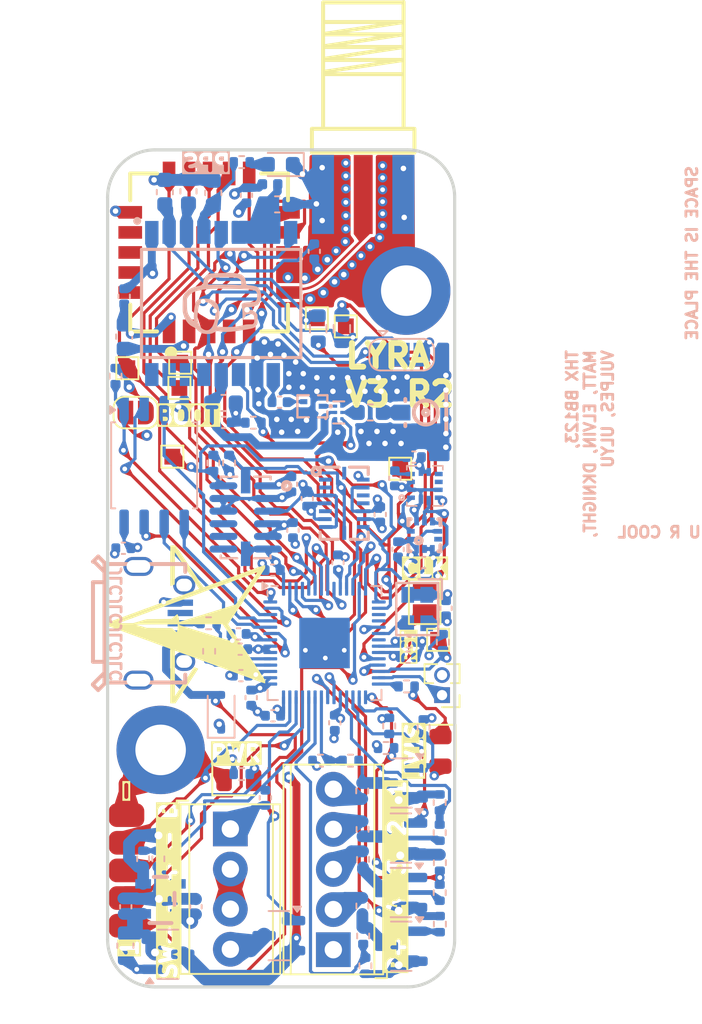
<source format=kicad_pcb>
(kicad_pcb (version 20240108) (generator "pcbnew") (generator_version "8.0")
  (layers (0 "F.Cu" signal) (1 "In1.Cu" power) (2 "In2.Cu" power) (31 "B.Cu" signal) (34 "B.Paste" user) (35 "F.Paste" user) (36 "B.SilkS" user "B.Silkscreen") (37 "F.SilkS" user "F.Silkscreen") (38 "B.Mask" user) (39 "F.Mask" user) (44 "Edge.Cuts" user))
  (net 0 "")
  (net 1 "GND")
  (net 2 "+3V3")
  (net 3 "+1V1")
  (net 4 "/BATT POSTSW")
  (net 5 "+BATT")
  (net 7 "Net-(D2-A)")
  (net 8 "/P4-")
  (net 9 "/P3-")
  (net 10 "/P2-")
  (net 11 "/P1-")
  (net 12 "/RUN")
  (net 13 "/BOOTSEL")
  (net 14 "/SWCLK")
  (net 15 "/SWD")
  (net 16 "/GPS 3v3")
  (net 17 "/USB_D-")
  (net 18 "/USB_D+")
  (net 19 "/SCL")
  (net 20 "/VCC RF")
  (net 21 "/BRKOUT4")
  (net 22 "/BRKOUT3")
  (net 23 "/BRKOUT2")
  (net 24 "/BRKOUT1")
  (net 25 "Net-(IC1-1PPS)")
  (net 26 "/P1 EN ")
  (net 27 "/P2 EN ")
  (net 28 "/P3 EN ")
  (net 29 "/P4 EN ")
  (net 30 "/BATT SENSE ")
  (net 31 "/P1 CONT ")
  (net 32 "/P3 CONT ")
  (net 33 "/RP USB_D+")
  (net 34 "/RP USB_D-")
  (net 35 "/P2 CONT ")
  (net 36 "/QSPI_SS")
  (net 37 "/P4 CONT ")
  (net 38 "Net-(D3-K)")
  (net 39 "/SDA")
  (net 40 "/GPS_RST")
  (net 41 "/ANT OFF")
  (net 42 "/QSPI_SD1")
  (net 43 "/QSPI_SD2")
  (net 44 "/QSPI_SDO")
  (net 45 "/QSPI_SCLK")
  (net 46 "/QSPI_SD3")
  (net 47 "/XIN")
  (net 50 "/LEDINDICATION")
  (net 54 "/BUZZER")
  (net 62 "/SX CS")
  (net 63 "Net-(FL1-OUT)")
  (net 64 "/GPSTX")
  (net 65 "/GPSRX")
  (net 67 "/BUSY")
  (net 68 "/MISO")
  (net 69 "/MOSI")
  (net 70 "/SCK")
  (net 72 "/ANT IN")
  (net 73 "Net-(FL1-IN)")
  (net 74 "/SX RST")
  (net 82 "Net-(AE3-A)")
  (net 83 "/RXEN")
  (net 84 "/TXEN")
  (net 88 "Net-(U4-C1)")
  (net 91 "Net-(U10-RFIN)")
  (net 94 "Net-(Q2-D)")
  (net 95 "Net-(Q4-D)")
  (net 96 "Net-(Q5-D)")
  (net 97 "Net-(Q9-D)")
  (net 98 "/MCURX")
  (net 99 "/MCUTX")
  (net 100 "/BATT RAW")
  (net 101 "/ANTGPS")
  (net 102 "Net-(D4-A)")
  (net 103 "/GPSWKUP")
  (net 104 "VBUS")
  (net 105 "Net-(D1-K)")
  (footprint "Connector_PinHeader_1.27mm:PinHeader_1x02_P1.27mm_Vertical" (layer "F.Cu") (at 205.8 102.55 180)
    (property "Reference" "BZ1" (hide yes))
    (property "Value" "Buzzer")
  )
  (footprint "Jumper:SolderJumper-2_P1.3mm_Open_RoundedPad1.0x1.5mm" (layer "F.Cu") (at 186.3748 84.6582)
    (property "Reference" "J4" (hide yes))
    (property "Value" "Conn_01x02")
  )
  (footprint "TestPoint:TestPoint_Pad_1.0x1.0mm" (layer "F.Cu") (at 205.55 99.05)
    (property "Reference" "TP1" (hide yes))
    (property "Value" "TestPoint")
  )
  (footprint "TerminalBlock_Phoenix:TerminalBlock_Phoenix_MPT-0,5-5-2.54_1x05_P2.54mm_Horizontal" (layer "F.Cu") (at 198.9074 118.6688 90)
    (property "Reference" "J6" (hide yes))
    (property "Value" "Screw_Terminal_01x05")
  )
  (footprint "LOGO" (layer "F.Cu") (at 189.5856 98.0694 90)
    (property "Reference" "G***" (hide yes))
    (property "Value" "LOGO" (hide yes))
  )
  (footprint "TestPoint:TestPoint_Pad_1.0x1.0mm" (layer "F.Cu") (at 185.85 81.85)
    (property "Reference" "TP5" (hide yes))
    (property "Value" "TestPoint")
  )
  (footprint ".pretty:WIRELM-SMD_E22-400MM22S" (layer "F.Cu") (at 191.0334 74.5198 90)
    (property "Reference" "U1" (hide yes))
    (property "Value" "E22-900MM22S")
  )
  (footprint "TestPoint:TestPoint_Pad_1.0x1.0mm" (layer "F.Cu") (at 189.15 83.1)
    (property "Reference" "TP7" (hide yes))
    (property "Value" "TestPoint")
  )
  (footprint "MountingHole:MountingHole_3.2mm_M3_DIN965_Pad" (layer "F.Cu") (at 203.5302 76.9366)
    (property "Reference" "H1" (hide yes))
    (property "Value" "MountingHole_Pad")
  )
  (footprint "TerminalBlock_Phoenix:TerminalBlock_Phoenix_MPT-0,5-4-2.54_1x04_P2.54mm_Horizontal" (layer "F.Cu") (at 192.3796 111.0234 -90)
    (property "Reference" "J2" (hide yes))
    (property "Value" "Screw_Terminal_01x04")
  )
  (footprint ".pretty:Pad_01x_05" (layer "F.Cu") (at 185.8 119.65)
    (property "Reference" "J5" (hide yes))
    (property "Value" "Conn_01x05")
  )
  (footprint "TestPoint:TestPoint_Pad_1.0x1.0mm" (layer "F.Cu") (at 197.866 78.6892)
    (property "Reference" "TP9" (hide yes))
    (property "Value" "TestPoint")
  )
  (footprint "Jumper:SolderJumper-2_P1.3mm_Open_Pad1.0x1.5mm" (layer "F.Cu") (at 204.7 96.65 -90)
    (property "Reference" "J1" (hide yes))
    (property "Value" "Conn_01x02")
  )
  (footprint "MountingHole:MountingHole_3.2mm_M3_DIN965_Pad" (layer "F.Cu") (at 187.96 106.0196)
    (property "Reference" "H2" (hide yes))
    (property "Value" "MountingHole_Pad")
  )
  (footprint "TestPoint:TestPoint_Pad_1.0x1.0mm" (layer "F.Cu") (at 203.1492 88.2142)
    (property "Reference" "TP4" (hide yes))
    (property "Value" "TestPoint")
  )
  (footprint "TestPoint:TestPoint_Pad_1.0x1.0mm" (layer "F.Cu") (at 199.7 79.2)
    (property "Reference" "TP8" (hide yes))
    (property "Value" "TestPoint")
  )
  (footprint ".pretty:CONN-SMD_KH-SMA-KE8-G" (layer "F.Cu") (at 200.8 70.85)
    (property "Reference" "AE3" (hide yes))
    (property "Value" "Antenna_Shield")
  )
  (footprint "TestPoint:TestPoint_Pad_1.0x1.0mm" (layer "F.Cu") (at 188.7 87.45)
    (property "Reference" "TP3" (hide yes))
    (property "Value" "TestPoint")
  )
  (footprint "TestPoint:TestPoint_Pad_1.0x1.0mm" (layer "F.Cu") (at 189.2 81.5)
    (property "Reference" "TP6" (hide yes))
    (property "Value" "TestPoint")
  )
  (footprint "LED_SMD:LED_0805_2012Metric" (layer "F.Cu") (at 192.92 107.93)
    (property "Reference" "D2" (hide yes))
    (property "Value" "LED")
  )
  (footprint "LED_SMD:LED_0805_2012Metric" (layer "F.Cu") (at 205.7 106.1125 -90)
    (property "Reference" "D3" (hide yes))
    (property "Value" "LED")
  )
  (footprint "Capacitor_SMD:C_0402_1005Metric" (layer "B.Cu") (at 185.65 77.3 90)
    (property "Reference" "C10" (hide yes))
    (property "Value" "10n")
  )
  (footprint "Capacitor_SMD:C_0402_1005Metric" (layer "B.Cu") (at 197.7 74.45 -90)
    (property "Reference" "C29" (hide yes))
    (property "Value" "100n")
  )
  (footprint "Resistor_SMD:R_0402_1005Metric" (layer "B.Cu") (at 191.034107 99.771907 90)
    (property "Reference" "R18" (hide yes))
    (property "Value" "22R")
  )
  (footprint "Resistor_SMD:R_0402_1005Metric" (layer "B.Cu") (at 200.79 112.95 90)
    (property "Reference" "R7" (hide yes))
    (property "Value" "10")
  )
  (footprint "Capacitor_SMD:C_0603_1608Metric" (layer "B.Cu") (at 188.225 70.7 90)
    (property "Reference" "C35" (hide yes))
    (property "Value" "56p")
  )
  (footprint "Capacitor_SMD:C_0402_1005Metric" (layer "B.Cu") (at 194.6 109.05 -90)
    (property "Reference" "C3" (hide yes))
    (property "Value" "100n")
  )
  (footprint "Capacitor_SMD:C_0402_1005Metric" (layer "B.Cu") (at 193.05 101.3159 180)
    (property "Reference" "C18" (hide yes))
    (property "Value" "1u")
  )
  (footprint "Resistor_SMD:R_0402_1005Metric" (layer "B.Cu") (at 203.55 102)
    (property "Reference" "R28" (hide yes))
    (property "Value" "1k")
  )
  (footprint "Package_TO_SOT_SMD:SOT-23" (layer "B.Cu") (at 203.2254 108.1137 180)
    (property "Reference" "Q4" (hide yes))
    (property "Value" "AO3400A")
  )
  (footprint "Resistor_SMD:R_0402_1005Metric" (layer "B.Cu") (at 193.84 85.3 180)
    (property "Reference" "R30" (hide yes))
    (property "Value" "10k")
  )
  (footprint "Resistor_SMD:R_0402_1005Metric" (layer "B.Cu") (at 186.85 112.91 90)
    (property "Reference" "R2" (hide yes))
    (property "Value" "30k")
  )
  (footprint "Resistor_SMD:R_0402_1005Metric" (layer "B.Cu") (at 191.3 87.85 -90)
    (property "Reference" "R13" (hide yes))
    (property "Value" "5.1k")
  )
  (footprint "Resistor_SMD:R_0402_1005Metric" (layer "B.Cu") (at 193.1 107.55 180)
    (property "Reference" "R3" (hide yes))
    (property "Value" "1k")
  )
  (footprint "Capacitor_SMD:C_0402_1005Metric" (layer "B.Cu") (at 199.2 94.15 90)
    (property "Reference" "C24" (hide yes))
    (property "Value" "100n")
  )
  (footprint "Capacitor_SMD:C_0402_1005Metric" (layer "B.Cu") (at 201.8792 91.1098 -90)
    (property "Reference" "C1" (hide yes))
    (property "Value" "100n")
  )
  (footprint "Jumper:SolderJumper-3_P1.3mm_Open_RoundedPad1.0x1.5mm" (layer "B.Cu") (at 203.2425 80.9925)
    (property "Reference" "JP1" (hide yes))
    (property "Value" "SolderJumper_3_Open")
  )
  (footprint "Package_TO_SOT_SMD:SOT-23" (layer "B.Cu") (at 203.2125 118.45 180)
    (property "Reference" "Q9" (hide yes))
    (property "Value" "AO3400A")
  )
  (footprint "LOGO" (layer "B.Cu") (at 193.425262 77.516611 -90)
    (property "Reference" "G***" (hide yes))
    (property "Value" "LOGO" (hide yes))
  )
  (footprint "Capacitor_SMD:C_0402_1005Metric" (layer "B.Cu") (at 204.633848 94.153269)
    (property "Reference" "C12" (hide yes))
    (property "Value" "100n")
  )
  (footprint "easyeda2kicad:SENSORM-SMD_BMP388" (layer "B.Cu") (at 204.684648 92.426069 -90)
    (property "Reference" "U3" (hide yes))
    (property "Value" "BMP388")
  )
  (footprint "Resistor_SMD:R_0402_1005Metric" (layer "B.Cu") (at 191 98)
    (property "Reference" "R15" (hide yes))
    (property "Value" "22R")
  )
  (footprint "Package_SO:SOIC-8_5.23x5.23mm_P1.27mm" (layer "B.Cu") (at 187.55 88 -90)
    (property "Reference" "U9" (hide yes))
    (property "Value" "W25Q128JVS")
  )
  (footprint "Resistor_SMD:R_0402_1005Metric" (layer "B.Cu") (at 205.65 115.06 90)
    (property "Reference" "R20" (hide yes))
    (property "Value" "30k")
  )
  (footprint "Resistor_SMD:R_0402_1005Metric" (layer "B.Cu") (at 192.3 87.85 90)
    (property "Reference" "R16" (hide yes))
    (property "Value" "5.1k")
  )
  (footprint "Capacitor_SMD:C_0402_1005Metric" (layer "B.Cu") (at 191.95 85.28 180)
    (property "Reference" "C28" (hide yes))
    (property "Value" "1n")
  )
  (footprint "Capacitor_SMD:C_0402_1005Metric" (layer "B.Cu") (at 203.708 99.1823)
    (property "Reference" "C21" (hide yes))
    (property "Value" "100n")
  )
  (footprint ".pretty:LGA-6_L1.1-W0.7-P0.40-BL" (layer "B.Cu") (at 199.25 84.65 90)
    (property "Reference" "U10" (hide yes))
    (property "Value" "MXDLN16TL")
  )
  (footprint "Resistor_SMD:R_0402_1005Metric" (layer "B.Cu") (at 205.85 99.2 -90)
    (property "Reference" "R1" (hide yes))
    (property "Value" "5.1k")
  )
  (footprint "Capacitor_SMD:C_0402_1005Metric" (layer "B.Cu") (at 195.5 84 180)
    (property "Reference" "C33" (hide yes))
    (property "Value" "120p")
  )
  (footprint "Capacitor_SMD:C_0402_1005Metric" (layer "B.Cu") (at 203.008248 93.317669 -90)
    (property "Reference" "C4" (hide yes))
    (property "Value" "100n")
  )
  (footprint "Diode_SMD:D_SOD-323F" (layer "B.Cu") (at 191.7954 103.6378 90)
    (property "Reference" "D1" (hide yes))
    (property "Value" "D_Schottky")
  )
  (footprint "Resistor_SMD:R_0402_1005Metric" (layer "B.Cu") (at 205.65 111.26 90)
    (property "Reference" "R24" (hide yes))
    (property "Value" "30k")
  )
  (footprint "Package_TO_SOT_SMD:SOT-23" (layer "B.Cu") (at 203.1875 115.05 180)
    (property "Reference" "Q5" (hide yes))
    (property "Value" "AO3400A")
  )
  (footprint "Resistor_SMD:R_0402_1005Metric" (layer "B.Cu") (at 204.629305 104.597884 -90)
    (property "Reference" "R17" (hide yes))
    (property "Value" "1k")
  )
  (footprint "Resistor_SMD:R_0402_1005Metric" (layer "B.Cu") (at 200.76 111.05 90)
    (property "Reference" "R6" (hide yes))
    (property "Value" "10")
  )
  (footprint ".pretty:FILTER-SMD_5P-L1.4-W1.1-L" (layer "B.Cu") (at 197.64 84.26 180)
    (property "Reference" "FL1" (hide yes))
    (property "Value" "SAFEA1G58KA0F00R15")
  )
  (footprint "Resistor_SMD:R_0402_1005Metric" (layer "B.Cu") (at 205.66 113.16 90)
    (property "Reference" "R21" (hide yes))
    (property "Value" "50k")
  )
  (footprint "Capacitor_SMD:C_0402_1005Metric" (layer "B.Cu") (at 195.0828 103.8559 180)
    (property "Reference" "C23" (hide yes))
    (property "Value" "100n")
  )
  (footprint "easyeda2kicad:OSC-SMD_4P-L2.0-W1.6-BL" (layer "B.Cu") (at 204.2268 97.0995 -90)
    (property "Reference" "X2" (hide yes))
    (property "Value" "SX1M12.000M10F30TNN")
  )
  (footprint "Capacitor_SMD:C_0402_1005Metric" (layer "B.Cu") (at 193.4 70.9 -90)
    (property "Reference" "C14" (hide yes))
    (property "Value" "10n")
  )
  (footprint "Capacitor_SMD:C_0402_1005Metric" (layer "B.Cu") (at 192.9 98.6743 180)
    (property "Reference" "C17" (hide yes))
    (property "Value" "100n")
  )
  (footprint "Capacitor_SMD:C_0402_1005Metric" (layer "B.Cu") (at 197.25 90.105 -90)
    (property "Reference" "C2" (hide yes))
    (property "Value" "100n")
  )
  (footprint "Capacitor_SMD:C_0402_1005Metric" (layer "B.Cu") (at 203.65 100.1475)
    (property "Reference" "C16" (hide yes))
    (property "Value" "100n")
  )
  (footprint "Package_DFN_QFN:QFN-56-1EP_7x7mm_P0.4mm_EP3.2x3.2mm" (layer "B.Cu") (at 198.35 99.25 -90)
    (property "Reference" "U8" (hide yes))
    (property "Value" "RP2040")
  )
  (footprint "Resistor_SMD:R_0402_1005Metric" (layer "B.Cu") (at 200.7362 108.6124 -90)
    (property "Reference" "R5" (hide yes))
    (property "Value" "10")
  )
  (footprint "Resistor_SMD:R_0402_1005Metric" (layer "B.Cu") (at 193.1 68.8)
    (property "Reference" "R29" (hide yes))
    (property "Value" "1k")
  )
  (footprint "Resistor_SMD:R_0603_1608Metric" (layer "B.Cu") (at 197.95 79.35 90)
    (property "Reference" "R19" (hide yes))
    (property "Value" "0")
  )
  (footprint "Resistor_SMD:R_0402_1005Metric" (layer "B.Cu") (at 202.45 104.5 -90)
    (property "Reference" "R10" (hide yes))
    (property "Value" "1k")
  )
  (footprint ".pretty:ANT-SMD_1909763-1" (layer "B.Cu") (at 204.02 84.6582 -90)
    (property "Reference" "AE2" (hide yes))
    (property "Value" "Antenna_Shield")
  )
  (footprint "Package_TO_SOT_SMD:SOT-23" (layer "B.Cu") (at 203.1875 111.6 180)
    (property "Reference" "Q2" (hide yes))
    (property "Value" "AO3400A")
  )
  (footprint "Resistor_SMD:R_0402_1005Metric" (layer "B.Cu") (at 200 106.7 180)
    (property "Reference" "R26" (hide yes))
    (property "Value" "30k")
  )
  (footprint "Resistor_SMD:R_0402_1005Metric" (layer "B.Cu") (at 198.1 106.7 180)
    (property "Reference" "R27" (hide yes))
    (property "Value" "50k")
  )
  (footprint "Capacitor_SMD:C_0603_1608Metric" (layer "B.Cu") (at 191.95 84.05)
    (property "Reference" "C30" (hide yes))
    (property "Value" "56p")
  )
  (footprint "Capacitor_SMD:C_0603_1608Metric" (layer "B.Cu") (at 185.7248 118.4148 -90)
    (property "Reference" "C7" (hide yes))
    (property "Value" "10u")
  )
  (footprint "Resistor_SMD:R_0402_1005Metric" (layer "B.Cu") (at 205.65 109.35 90)
    (property "Reference" "R25" (hide yes))
    (property "Value" "50k")
  )
  (footprint "Capacitor_SMD:C_0603_1608Metric" (layer "B.Cu") (at 195.35 71.475)
    (property "Reference" "C34" (hide yes))
    (property "Value" "56p")
  )
  (footprint "Resistor_SMD:R_0603_1608Metric" (layer "B.Cu") (at 199.45 79.35 90)
    (property "Reference" "R9" (hide yes))
    (property "Value" "0")
  )
  (footprint "Inductor_SMD:L_0603_1608Metric" (layer "B.Cu") (at 201.25 84.65 180)
    (property "Reference" "L4" (hide yes))
    (property "Value" "14n")
  )
  (footprint "Capacitor_SMD:C_0603_1608Metric" (layer "B.Cu") (at 185.65 79.85 -90)
    (property "Reference" "C11" (hide yes))
    (property "Value" "10u")
  )
  (footprint "easyeda2kicad:LGA-16_L4.5-W3.0-P0.50-BL" (layer "B.Cu") (at 199.6 90.405)
    (property "Reference" "U2" (hide yes))
    (property "Value" "BMI088")
  )
  (footprint "Capacitor_SMD:C_0603_1608Metric" (layer "B.Cu") (at 189.725 70.65 90)
    (property "Reference" "C31" (hide yes))
    (property "Value" "56p")
  )
  (footprint "Resistor_SMD:R_0402_1005Metric" (layer "B.Cu") (at 205.66 117.05 -90)
    (property "Reference" "R12" (hide yes))
    (property "Value" "1k")
  )
  (footprint "Capacitor_SMD:C_0402_1005Metric" (layer "B.Cu") (at 204.0128 87.4776 180)
    (property "Reference" "C9" (hide yes))
    (property "Value" "100n")
  )
  (footprint "Capacitor_SMD:C_0402_1005Metric" (layer "B.Cu") (at 206.05 97.05 -90)
    (property "Reference" "C13" (hide yes))
    (property "Value" "100n")
  )
  (footprint "LED_SMD:LED_0603_1608Metric" (layer "B.Cu") (at 195.55 68.95 180)
    (property "Reference" "D4" (hide yes))
    (property "Value" "LED")
  )
  (footprint "Capacitor_SMD:C_0402_1005Metric" (layer "B.Cu") (at 195.0649 94.6364 180)
    (property "Reference" "C25" (hide yes))
    (property "Value" "100n")
  )
  (footprint "Capacitor_SMD:C_0402_1005Metric" (layer "B.Cu") (at 193.6997 102.7103 -90)
    (property "Reference" "C19" (hide yes))
    (property "Value" "1u")
  )
  (footprint "Capacitor_SMD:C_0402_1005Metric" (layer "B.Cu") (at 196.25 89.2 -90)
    (property "Reference" "C50" (hide yes))
    (property "Value" "100n")
  )
  (footprint "Capacitor_SMD:C_0402_1005Metric" (layer "B.Cu") (at 202.8075 88.82 -90)
    (property "Reference" "C8" (hide yes))
    (property "Value" "100n")
  )
  (footprint "easyeda2kicad:MICRO-USB-SMD_U254-051T-4BHJ25-F2S" (layer "B.Cu") (at 188.0025 98 90)
    (property "Reference" "J7" (hide yes))
    (property "Value" "USB_B_Micro")
  )
  (footprint "Capacitor_SMD:C_0402_1005Metric" (layer "B.Cu") (at 193 99.6395 180)
    (property "Reference" "C26" (hide yes))
    (property "Value" "100n")
  )
  (footprint "easyeda2kicad:LGA-14_L5.0-W3.0-P0.80-BL" (layer "B.Cu") (at 193.35 91.3 -90)
    (property "Reference" "U5" (hide yes))
    (property "Value" "ADXL375BCCZ-RL7")
  )
  (footprint "Resistor_SMD:R_0402_1005Metric" (layer "B.Cu") (at 200.9394 119.6848 -90)
    (property "Reference" "R23" (hide yes))
    (property "Value" "50k")
  )
  (footprint "Capacitor_SMD:C_0402_1005Metric" (layer "B.Cu") (at 196.35 92.105 90)
    (property "Reference" "C32" (hide yes))
    (property "Value" "1u")
  )
  (footprint "Package_TO_SOT_SMD:SOT-23" (layer "B.Cu") (at 188.4285 118.96)
    (property "Reference" "Q3" (hide yes))
    (property "Value" "AO3401A")
  )
  (footprint "Resistor_SMD:R_0402_1005Metric" (layer "B.Cu") (at 200.8 117.8 -90)
    (property "Reference" "R22" (hide yes))
    (property "Value" "30k")
  )
  (footprint "Capacitor_SMD:C_0603_1608Metric" (layer "B.Cu") (at 191.3 70.75 90)
    (property "Reference" "C20" (hide yes))
    (property "Value" "56p")
  )
  (footprint "Capacitor_SMD:C_0402_1005Metric" (layer "B.Cu") (at 199 104.3 -90)
    (property "Reference" "C22" (hide yes))
    (property "Value" "100n")
  )
  (footprint "Resistor_SMD:R_0402_1005Metric" (layer "B.Cu") (at 200.75 115.9 90)
    (property "Reference" "R8" (hide yes))
    (property "Value" "10")
  )
  (footprint ".pretty:SOT-23-5_L2.9-W1.6-P0.95-LS2.8-BR" (layer "B.Cu") (at 187.95 115.45 180)
    (property "Reference" "U6" (hide yes))
    (property "Value" "RT9013-33GB_C19268157")
  )
  (footprint "Inductor_SMD:L_0402_1005Metric" (layer "B.Cu") (at 194.9 70.2)
    (property "Reference" "L1" (hide yes))
    (property "Value" "27n")
  )
  (footprint ".pretty:LGA-12_L2.0-W2.0-P0.50-BL" (layer "B.Cu") (at 204.7075 89.3 90)
    (property "Reference" "U4" (hide yes))
    (property "Value" "LIS3MDLTR")
  )
  (footprint "Capacitor_SMD:C_0402_1005Metric" (layer "B.Cu") (at 185.75 115.95 90)
    (property "Reference" "C6" (hide yes))
    (property "Value" "1u")
  )
  (footprint "SamacSys_Parts:SON110P970X1010X230-18N" (layer "B.Cu") (at 191.8 77.75 -90)
    (property "Reference" "IC1" (hide yes))
    (property "Value" "TESEO-LIV3F" (hide yes))
  )
  (footprint "Capacitor_SMD:C_0402_1005Metric" (layer "B.Cu") (at 185.6 93.25 180)
    (property "Reference" "C27" (hide yes))
    (property "Value" "100n")
  )
  (footprint "Resistor_SMD:R_0402_1005Metric" (layer "B.Cu") (at 202.25 105.9)
    (property "Reference" "R11" (hide yes))
    (property "Value" "1k")
  )
  (footprint "Package_TO_SOT_SMD:SOT-23" (layer "B.Cu") (at 195.453 117.7798 180)
    (property "Reference" "Q1" (hide yes))
    (property "Value" "AO3401A")
  )
  (footprint "Resistor_SMD:R_0402_1005Metric" (layer "B.Cu") (at 185.1 82.35 90)
    (property "Reference" "R14" (hide yes))
    (property "Value" "1k")
  )
  (footprint "Capacitor_SMD:C_0402_1005Metric" (layer "B.Cu") (at 190.2 115.95 90)
    (property "Reference" "C5" (hide yes))
    (property "Value" "1u")
  )
  (footprint "Resistor_SMD:R_0402_1005Metric" (layer "B.Cu") (at 187.8152 112.9163 -90)
    (property "Reference" "R4" (hide yes))
    (property "Value" "50k")
  )
  (gr_arc (start 203.6 68.025) (mid 205.72132 68.90368) (end 206.6 71.025) (stroke (width 0.2)) (layer "Edge.Cuts"))
  (gr_arc (start 206.6 118.025) (mid 205.72132 120.14632) (end 203.6 121.025) (stroke (width 0.2)) (layer "Edge.Cuts"))
  (gr_line (start 206.6 71.025) (end 206.6 118.025) (stroke (width 0.2)) (layer "Edge.Cuts"))
  (gr_arc (start 187.6 121.025) (mid 185.47868 120.14632) (end 184.6 118.025) (stroke (width 0.2)) (layer "Edge.Cuts"))
  (gr_line (start 184.6 118.025) (end 184.6 71.025) (stroke (width 0.2)) (layer "Edge.Cuts"))
  (gr_arc (start 184.6 71.025) (mid 185.47868 68.90368) (end 187.6 68.025) (stroke (width 0.2)) (layer "Edge.Cuts"))
  (gr_line (start 203.6 121.025) (end 187.6 121.025) (stroke (width 0.2)) (layer "Edge.Cuts"))
  (gr_line (start 187.6 68.025) (end 203.6 68.025) (stroke (width 0.2)) (layer "Edge.Cuts"))
  (gr_text "SPACE IS THE PLACE" (at 222.05 68.95 90) (layer "B.SilkS") (effects (font (size 0.7 0.7) (thickness 0.175) (bold yes)) (justify left bottom mirror)))
  (gr_text "PPS" (at 192.5 69.45 0) (layer "B.SilkS" knockout) (effects (font (size 1 1) (thickness 0.25) (bold yes)) (justify left bottom mirror)))
  (gr_text "U R COOL" (at 222.3 92.65 0) (layer "B.SilkS") (effects (font (size 0.7 0.7) (thickness 0.175) (bold yes)) (justify left bottom mirror)))
  (gr_text "THX BB123, \nMATT, ELVIN, DKNIGHT,\nVULPES, ULYU" (at 216.7128 80.6196 90) (layer "B.SilkS") (effects (font (size 0.7 0.7) (thickness 0.175) (bold yes)) (justify left bottom mirror)))
  (gr_text "JLCJLCJLCJLC" (at 185.547 94.3356 90) (layer "B.SilkS") (effects (font (size 0.7 0.7) (thickness 0.175) (bold yes)) (justify left bottom mirror)))
  (gr_text "-" (at 186.3 109.4 90) (layer "F.SilkS" knockout) (effects (font (size 1 1) (thickness 0.25) (bold yes)) (justify left bottom)))
  (gr_text "STAT" (at 203.3524 104.2 -90) (layer "F.SilkS" knockout) (effects (font (size 1 1) (thickness 0.25) (bold yes)) (justify left bottom)))
  (gr_text "PWR" (at 191 106.85 0) (layer "F.SilkS" knockout) (effects (font (size 1 1) (thickness 0.25) (bold yes)) (justify left bottom)))
  (gr_text "BOOT" (at 187.569775 85.453175 0) (layer "F.SilkS" knockout) (effects (font (size 1 1) (thickness 0.25) (bold yes)) (justify left bottom)))
  (gr_text "P+  4  3  2  1" (at 203.55 120.3 90) (layer "F.SilkS" knockout) (effects (font (size 1 1) (thickness 0.25) (bold yes)) (justify left bottom)))
  (gr_text "CLK" (at 203.15 95.15 0) (layer "F.SilkS" knockout) (effects (font (size 1 1) (thickness 0.25) (bold yes)) (justify left bottom)))
  (gr_text "1" (at 186.6 119.2 90) (layer "F.SilkS" knockout) (effects (font (size 1 1) (thickness 0.25) (bold yes)) (justify left bottom)))
  (gr_text "SW- + + - B" (at 189.05 120.65 90) (layer "F.SilkS" knockout) (effects (font (size 1 1) (thickness 0.25) (bold yes)) (justify left bottom)))
  (gr_text "LYRA\nV3 R2" (at 199.485411 84.368875 0) (layer "F.SilkS") (effects (font (size 1.5 1.5) (thickness 0.375) (bold yes)) (justify left bottom)))
  (gr_text "RST" (at 204.155995 100.679219 90) (layer "F.SilkS" knockout) (effects (font (size 0.75 0.75) (thickness 0.1875) (bold yes)) (justify left bottom)))
  (segment (start 191.9825 107.93) (end 190.0721 106.0196) (width 0.2) (layer "F.Cu") (net 1))
  (segment (start 185.8 108.1796) (end 187.96 106.0196) (width 1) (layer "F.Cu") (net 1))
  (segment (start 190.0721 106.0196) (end 187.96 106.0196) (width 0.2) (layer "F.Cu") (net 1))
  (segment (start 186.0334 71.9798) (end 185.1798 71.9798) (width 0.5) (layer "F.Cu") (net 1))
  (segment (start 185.7248 85.4132) (end 186.4116 86.1) (width 0.2) (layer "F.Cu") (net 1))
  (segment (start 186.4116 86.1) (end 187.084891 86.1) (width 0.2) (layer "F.Cu") (net 1))
  (segment (start 185.7248 84.6582) (end 185.7248 85.4132) (width 0.2) (layer "F.Cu") (net 1))
  (segment (start 185.8 110.15) (end 185.8 108.1796) (width 1) (layer "F.Cu") (net 1))
  (segment (start 185.1798 71.9798) (end 185.1 71.9) (width 0.5) (layer "F.Cu") (net 1))
  (via (at 187.45 75.85) (size 0.7) (drill 0.35) (layers "F.Cu" "B.Cu") (net 1))
  (via (at 199.6694 73.8378) (size 0.6) (drill 0.3) (layers "F.Cu" "B.Cu") (net 1))
  (via (at 203.05 119.65) (size 1) (drill 0.5) (layers "F.Cu" "B.Cu") (net 1))
  (via (at 197.499998 90.890405) (size 0.6) (drill 0.3) (layers "F.Cu" "B.Cu") (net 1))
  (via (at 199.699998 71.3486) (size 0.6) (drill 0.3) (layers "F.Cu" "B.Cu") (net 1))
  (via (at 206.0454 85.06968) (size 0.7) (drill 0.35) (layers "F.Cu" "B.Cu") (net 1))
  (via (at 203.4 72.3) (size 0.7) (drill 0.35) (layers "F.Cu" "B.Cu") (net 1))
  (via (at 194.402874 94.213375) (size 0.6) (drill 0.3) (layers "F.Cu" "B.Cu") (net 1))
  (via (at 200.482317 88.65) (size 0.6) (drill 0.3) (layers "F.Cu" "B.Cu") (net 1))
  (via (at 200.090596 75.307232) (size 0.6) (drill 0.3) (layers "F.Cu" "B.Cu") (net 1))
  (via (at 197.8334 71.445622) (size 0.7) (drill 0.35) (layers "F.Cu" "B.Cu") (net 1))
  (via (at 206.0454 85.98916) (size 0.7) (drill 0.35) (layers "F.Cu" "B.Cu") (net 1))
  (via (at 198.9836 76.3778) (size 0.7) (drill 0.35) (layers "F.Cu" "B.Cu") (net 1))
  (via (at 198.95 105.3) (size 0.6) (drill 0.3) (layers "F.Cu" "B.Cu") (net 1))
  (via (at 199.6 99.709283) (size 0.6) (drill 0.3) (layers "F.Cu" "B.Cu") (net 1))
  (via (at 194.1047 103.5953) (size 0.6) (drill 0.3) (layers "F.Cu" "B.Cu") (net 1))
  (via (at 199.0852 74.422) (size 0.6) (drill 0.3) (layers "F.Cu" "B.Cu") (net 1))
  (via (at 197.4342 77.47) (size 0.7) (drill 0.35) (layers "F.Cu" "B.Cu") (net 1))
  (via (at 202.0316 69.788466) (size 0.6) (drill 0.3) (layers "F.Cu" "B.Cu") (net 1))
  (via (at 199.699998 72.1868) (size 0.6) (drill 0.3) (layers "F.Cu" "B.Cu") (net 1))
  (via (at 199.1868 85.9028) (size 0.7) (drill 0.35) (layers "F.Cu" "B.Cu") (net 1))
  (via (at 199.699998 68.8594) (size 0.6) (drill 0.3) (layers "F.Cu" "B.Cu") (net 1))
  (via (at 203.05 109.2) (size 1) (drill 0.5) (layers "F.Cu" "B.Cu") (net 1))
  (via (at 196.088 83.058) (size 0.7) (drill 0.35) (layers "F.Cu" "B.Cu") (net 1))
  (via (at 194.183 84.0994) (size 0.7) (drill 0.35) (layers "F.Cu" "B.Cu") (net 1))
  (via (at 195.7832 81.026) (size 0.7) (drill 0.35) (layers "F.Cu" "B.Cu") (net 1))
  (via (at 195.6308 85.9028) (size 0.7) (drill 0.35) (layers "F.Cu" "B.Cu") (net 1))
  (via (at 185.1 71.9) (size 0.7) (drill 0.35) (layers "F.Cu" "B.Cu") (net 1))
  (via (at 201.168 86.614) (size 0.7) (drill 0.35) (layers "F.Cu" "B.Cu") (net 1))
  (via (at 202.184 86.614) (size 0.7) (drill 0.35) (layers "F.Cu" "B.Cu") (net 1))
  (via (at 203.583827 82.405209) (size 0.7) (drill 0.35) (layers "F.Cu" "B.Cu") (net 1))
  (via (at 192.5 99.1) (size 0.6) (drill 0.3) (layers "F.Cu" "B.Cu") (net 1))
  (via (at 203.242486 89.383386) (size 0.6) (drill 0.3) (layers "F.Cu" "B.Cu") (net 1))
  (via (at 196.030275 76.109798) (size 0.7) (drill 0.35) (layers "F.Cu" "B.Cu") (net 1))
  (via (at 197.2056 85.1408) (size 0.7) (drill 0.35) (layers "F.Cu" "B.Cu") (net 1))
  (via (at 195.4022 80.3148) (size 0.7) (drill 0.35) (layers "F.Cu" "B.Cu") (net 1))
  (via (at 199.699998 69.6722) (size 0.6) (drill 0.3) (layers "F.Cu" "B.Cu") (net 1))
  (via (at 203.05 116.2) (size 1) (drill 0.5) (layers "F.Cu" "B.Cu") (net 1))
  (via (at 198.4 100.2) (size 0.6) (drill 0.3) (layers "F.Cu" "B.Cu") (net 1))
  (via (at 204.549998 99.1362) (size 0.6) (drill 0.3) (layers "F.Cu" "B.Cu") (net 1))
  (via (at 198.2724 77.0636) (size 0.7) (drill 0.35) (layers "F.Cu" "B.Cu") (net 1))
  (via (at 187.084891 86.1) (size 0.7) (drill 0.35) (layers "F.Cu" "B.Cu") (net 1))
  (via (at 197.866 82.4484) (size 0.7) (drill 0.35) (layers "F.Cu" "B.Cu") (net 1))
  (via (at 195.659964 90.037965) (size 0.6) (drill 0.3) (layers "F.Cu" "B.Cu") (net 1))
  (via (at 202 104.05) (size 0.6) (drill 0.3) (layers "F.Cu" "B.Cu") (net 1))
  (via (at 202.692 85.852) (size 0.7) (drill 0.35) (layers "F.Cu" "B.Cu") (net 1))
  (via (at 200.85 98.4) (size 0.6) (drill 0.3) (layers "F.Cu" "B.Cu") (net 1))
  (via (at 206.0454 83.23072) (size 0.7) (drill 0.35) (layers "F.Cu" "B.Cu") (net 1))
  (via (at 185.05 93.6) (size 0.6) (drill 0.3) (layers "F.Cu" "B.Cu") (net 1))
  (via (at 197.9168 75.5904) (size 0.7) (drill 0.35) (layers "F.Cu" "B.Cu") (net 1))
  (via (at 206.039808 86.853909) (size 0.7) (drill 0.35) (layers "F.Cu" "B.Cu") (net 1))
  (via (at 200.66 85.852) (size 0.7) (drill 0.35) (layers "F.Cu" "B.Cu") (net 1))
  (via (at 203.2 86.614) (size 0.7) (drill 0.35) (layers "F.Cu" "B.Cu") (net 1))
  (via (at 195.326 85.09) (size 0.7) (drill 0.35) (layers "F.Cu" "B.Cu") (net 1))
  (via (at 200.914 83.312) (size 0.7) (drill 0.35) (layers "F.Cu" "B.Cu") (net 1))
  (via (at 187.85 115.45) (size 1) (drill 0.5) (layers "F.Cu" "B.Cu") (net 1))
  (via (at 202.0316 72.063465) (size 0.6) (drill 0.3) (layers "F.Cu" "B.Cu") (net 1))
  (via (at 203.35 69.2) (size 0.7) (drill 0.35) (layers "F.Cu" "B.Cu") (net 1))
  (via (at 189.1 84.3) (size 0.7) (drill 0.35) (layers "F.Cu" "B.Cu") (net 1))
  (via (at 194.0814 81.2038) (size 0.7) (drill 0.35) (layers "F.Cu" "B.Cu") (net 1))
  (via (at 202.0316 71.305132) (size 0.6) (drill 0.3) (layers "F.Cu" "B.Cu") (net 1))
  (via (at 201.997484 92.003986) (size 0.6) (drill 0.3) (layers "F.Cu" "B.Cu") (net 1))
  (via (at 206.121 97.8916) (size 0.6) (drill 0.3) (layers "F.Cu" "B.Cu") (net 1))
  (via (at 202.0316 70.546799) (size 0.6) (drill 0.3) (layers "F.Cu" "B.Cu") (net 1))
  (via (at 195.79029 91.784707) (size 0.6) (drill 0.3) (layers "F.Cu" "B.Cu") (net 1))
  (via (at 199.898 83.312) (size 0.7) (drill 0.35) (layers "F.Cu" "B.Cu") (net 1))
  (via (at 197.85937 107.044465) (size 0.6) (drill 0.3) (layers "F.Cu" "B.Cu") (net 1))
  (via (at 197.866 83.312) (size 0.7) (drill 0.35) (layers "F.Cu" "B.Cu") (net 1))
  (via (at 202.946 83.312) (size 0.7) (drill 0.35) (layers "F.Cu" "B.Cu") (net 1))
  (via (at 198.839666 82.4484) (size 0.7) (drill 0.35) (layers "F.Cu" "B.Cu") (net 1))
  (via (at 201.760664 82.4484) (size 0.7) (drill 0.35) (layers "F.Cu" "B.Cu") (net 1))
  (via (at 200.786998 82.4484) (size 0.7) (drill 0.35) (layers "F.Cu" "B.Cu") (net 1))
  (via (at 196.2404 85.09) (size 0.7) (drill 0.35) (layers "F.Cu" "B.Cu") (net 1))
  (via (at 197.135025 99.709283) (size 0.6) (drill 0.3) (layers "F.Cu" "B.Cu") (net 1))
  (via (at 188.15 96.65) (size 0.6) (drill 0.3) (layers "F.Cu" "B.Cu") (net 1))
  (via (at 189.415014 80.444212) (size 0.7) (drill 0.35) (layers "F.Cu" "B.Cu") (net 1))
  (via (at 196.9516 83.058) (size 0.7) (drill 0.35) (layers "F.Cu" "B.Cu") (net 1))
  (via (at 192.35 101.3) (size 0.6) (drill 0.3) (layers "F.Cu" "B.Cu") (net 1))
  (via (at 199.699998 70.485) (size 0.6) (drill 0.3) (layers "F.Cu" "B.Cu") (net 1))
  (via (at 197.0024 82.1944) (size 0.7) (drill 0.35) (layers "F.Cu" "B.Cu") (net 1))
  (via (at 205.15 104) (size 0.6) (drill 0.3) (layers "F.Cu" "B.Cu") (net 1))
  (via (at 203.15 112.7) (size 1) (drill 0.5) (layers "F.Cu" "B.Cu") (net 1))
  (via (at 198.882 83.312) (size 0.7) (drill 0.35) (layers "F.Cu" "B.Cu") (net 1))
  (via (at 199.5678 75.9206) (size 0.7) (drill 0.35) (layers "F.Cu" "B.Cu") (net 1))
  (via (at 196.6468 85.852) (size 0.7) (drill 0.35) (layers "F.Cu" "B.Cu") (net 1))
  (via (at 196.5198 81.4578) (size 0.7) (drill 0.35) (layers "F.Cu" "B.Cu") (net 1))
  (via (at 194.5386 80.1878) (size 0.7) (drill 0.35) (layers "F.Cu" "B.Cu") (net 1))
  (via (at 197.104 76.1492) (size 0.7) (drill 0.35) (layers "F.Cu" "B.Cu") (net 1))
  (via (at 205.2432 93.85) (size 0.6) (drill 0.3) (layers "F.Cu" "B.Cu") (net 1))
  (via (at 196.088 82.1944) (size 0.7) (drill 0.35) (layers "F.Cu" "B.Cu") (net 1))
  (via (at 196.95 69.55) (size 0.7) (drill 0.35) (layers "F.Cu" "B.Cu") (net 1))
  (via (at 186.445 119.91) (size 0.6) (drill 0.3) (layers "F.Cu" "B.Cu") (net 1))
  (via (at 201.843088 73.580677) (size 0.6) (drill 0.3) (layers "F.Cu" "B.Cu") (net 1))
  (via (at 202.0316 72.8218) (size 0.6) (drill 0.3) (layers "F.Cu" "B.Cu") (net 1))
  (via (at 194.1322 83.2104) (size 0.7) (drill 0.35) (layers "F.Cu" "B.Cu") (net 1))
  (via (at 194.9196 80.9752) (size 0.7) (drill 0.35) (layers "F.Cu" "B.Cu") (net 1))
  (via (at 201.228048 74.15496) (size 0.6) (drill 0.3) (layers "F.Cu" "B.Cu") (net 1))
  (via (at 202.73433 82.4484) (size 0.7) (drill 0.35) (layers "F.Cu" "B.Cu") (net 1))
  (via (at 201.676 85.852) (size 0.7) (drill 0.35) (layers "F.Cu" "B.Cu") (net 1))
  (via (at 206.044346 82.305871) (size 0.7) (drill 0.35) (layers "F.Cu" "B.Cu") (net 1))
  (via (at 199.699998 73.025) (size 0.6) (drill 0.3) (layers "F.Cu" "B.Cu") (net 1))
  (via (at 206.0454 84.1502) (size 0.7) (drill 0.35) (layers "F.Cu" "B.Cu") (net 1))
  (via (at 187.543398 69.925) (size 0.7) (drill 0.35) (layers "F.Cu" "B.Cu") (net 1))
  (via (at 202.0316 69.030133) (size 0.6) (drill 0.3) (layers "F.Cu" "B.Cu") (net 1))
  (via (at 199.813332 82.4484) (size 0.7) (drill 0.35) (layers "F.Cu" "B.Cu") (net 1))
  (via (at 192.725 84.7) (size 0.6) (drill 0.3) (layers "F.Cu" "B.Cu") (net 1))
  (via (at 192.9 71.974998) (size 0.7) (drill 0.35) (layers "F.Cu" "B.Cu") (net 1))
  (via (at 200.65747 74.725539) (size 0.6) (drill 0.3) (layers "F.Cu" "B.Cu") (net 1))
  (via (at 201.93 83.312) (size 0.7) (drill 0.35) (layers "F.Cu" "B.Cu") (net 1))
  (via (at 198.2 72.5) (size 0.7) (drill 0.35) (layers "F.Cu" "B.Cu") (net 1))
  (via (at 198.2 69.15) (size 0.7) (drill 0.35) (layers "F.Cu" "B.Cu") (net 1))
  (via (at 204.0348 90.821921) (size 0.6) (drill 0.3) (layers "F.Cu" "B.Cu") (net 1))
  (via (at 201.65 105.7) (size 0.6) (drill 0.3) (layers "F.Cu" "B.Cu") (net 1))
  (via (at 198.5264 74.9808) (size 0.7) (drill 0.35) (layers "F.Cu" "B.Cu") (net 1))
  (via (at 199.65 93.8) (size 0.6) (drill 0.3) (layers "F.Cu" "B.Cu") (net 1))
  (segment (start 204.15 119.4) (end 203.3 119.4) (width 0.75) (layer "B.Cu") (net 1))
  (segment (start 204.4575 89.69) (end 204.3175 89.55) (width 0.2) (layer "B.Cu") (net 1))
  (segment (start 192.725 84.85) (end 192.725 85.105) (width 0.5) (layer "B.Cu") (net 1))
  (segment (start 194.5849 94.6364) (end 194.5849 94.395401) (width 0.2) (layer "B.Cu") (net 1))
  (segment (start 194.3653 103.8559) (end 193.6997 103.1903) (width 0.2) (layer "B.Cu") (net 1))
  (segment (start 204.125 112.55) (end 204.225 112.65) (width 0.75) (layer "B.Cu") (net 1))
  (segment (start 206.104648 92.988552) (end 205.2432 93.85) (width 0.2) (layer "B.Cu") (net 1))
  (segment (start 198.4 91.405) (end 197.775 91.405) (width 0.2) (layer "B.Cu") (net 1))
  (segment (start 195.75 91.744417) (end 195.79029 91.784707) (width 0.2) (layer "B.Cu") (net 1))
  (segment (start 203.274709 86.614) (end 203.2 86.614) (width 0.2) (layer "B.Cu") (net 1))
  (segment (start 196.05 91.625) (end 195.949997 91.625) (width 0.2) (layer "B.Cu") (net 1))
  (segment (start 205.184648 91.556069) (end 205.287579 91.659) (width 0.2) (layer "B.Cu") (net 1))
  (segment (start 187.491 119.91) (end 186.445 119.91) (width 0.5) (layer "B.Cu") (net 1))
  (segment (start 194.6 109.53) (end 193.873 109.53) (width 0.2) (layer "B.Cu") (net 1))
  (segment (start 204.629305 104.087884) (end 205.062116 104.087884) (width 0.2) (layer "B.Cu") (net 1))
  (segment (start 201.8792 91.885702) (end 201.8792 91.5898) (width 0.2) (layer "B.Cu") (net 1))
  (segment (start 194.76 90.1) (end 195.83 90.1) (width 0.2) (layer "B.Cu") (net 1))
  (segment (start 197.2 71.475) (end 197.804022 71.475) (width 0.5) (layer "B.Cu") (net 1))
  (segment (start 189.455 84.4) (end 189.2 84.4) (width 0.2) (layer "B.Cu") (net 1))
  (segment (start 204.125 112.55) (end 203.3 112.55) (width 0.75) (layer "B.Cu") (net 1))
  (segment (start 203.1863 109.0637) (end 203.05 109.2) (width 0.75) (layer "B.Cu") (net 1))
  (segment (start 192.7486 101.3159) (end 192.3659 101.3159) (width 0.2) (layer "B.Cu") (net 1))
  (segment (start 197.655 90.405) (end 197.65 90.405) (width 0.2) (layer "B.Cu") (net 1))
  (segment (start 205.184648 93.296069) (end 205.184648 93.75) (width 0.2) (layer "B.Cu") (net 1))
  (segment (start 197.25 90.585) (end 197.43 90.405) (width 0.2) (layer "B.Cu") (net 1))
  (segment (start 203.5775 89.3) (end 203.8275 89.55) (width 0.2) (layer "B.Cu") (net 1))
  (segment (start 194.72 91.625) (end 194.69 91.655) (width 0.2) (layer "B.Cu") (net 1))
  (segment (start 195.949997 91.625) (end 195.79029 91.784707) (width 0.2) (layer "B.Cu") (net 1))
  (segment (start 193.65 90.1) (end 193.575 90.175) (width 0.2) (layer "B.Cu") (net 1))
  (segment (start 189.2 84.4) (end 189.1 84.3) (width 0.2) (layer "B.Cu") (net 1))
  (segment (start 197.43 90.405) (end 197.65 90.405) (width 0.2) (layer "B.Cu") (net 1))
  (segment (start 197.65 90.405) (end 198.4 90.405) (width 0.2) (layer "B.Cu") (net 1))
  (segment (start 192.74 90.1) (end 193.65 90.1) (width 0.2) (layer "B.Cu") (net 1))
  (segment (start 197.7 91.33) (end 197.7 90.65) (width 0.2) (layer "B.Cu") (net 1))
  (segment (start 204.3175 89.55) (end 204.1398 89.55) (width 0.2) (layer "B.Cu") (net 1))
  (segment (start 187.45 75.35) (end 187.45 75.85) (width 0.5) (layer "B.Cu") (net 1))
  (segment (start 188.85 69.925) (end 189.675 69.925) (width 0.75) (layer "B.Cu") (net 1))
  (segment (start 201.65 105.81) (end 201.65 105.7) (width 0.2) (layer "B.Cu") (net 1))
  (segment (start 186.85 115.45) (end 187.85 115.45) (width 0.75) (layer "B.Cu") (net 1))
  (segment (start 204.8268 97.9995) (end 205.5805 97.9995) (width 0.2) (layer "B.Cu") (net 1))
  (segment (start 201.425 91.405) (end 201.997484 91.977484) (width 0.2) (layer "B.Cu") (net 1))
  (segment (start 201.997484 92.003986) (end 201.8792 91.885702) (width 0.2) (layer "B.Cu") (net 1))
  (segment (start 204.184648 91.556069) (end 204.184648 90.8) (width 0.2) (layer "B.Cu") (net 1))
  (segment (start 188.225 69.925) (end 188.85 69.925) (width 0.75) (layer "B.Cu") (net 1))
  (segment (start 201.997484 91.977484) (end 201.997484 92.003986) (width 0.2) (layer "B.Cu") (net 1))
  (segment (start 203.3 112.55) (end 203.15 112.7) (width 0.75) (layer "B.Cu") (net 1))
  (segment (start 196.35 91.625) (end 196.05 91.625) (width 0.2) (layer "B.Cu") (net 1))
  (segment (start 203.325872 89.3) (end 203.242486 89.383386) (width 0.2) (layer "B.Cu") (net 1))
  (segment (start 187.925 115.375) (end 187.925 113.5361) (width 0.75) (layer "B.Cu") (net 1))
  (segment (start 192.725 84.85) (end 192.725 84.7) (width 0.5) (layer "B.Cu") (net 1))
  (segment (start 202.06 103.99) (end 202 104.05) (width 0.2) (layer "B.Cu") (net 1))
  (segment (start 203.693849 94.763269) (end 204.503848 94.763269) (width 0.2) (layer "B.Cu") (net 1))
  (segment (start 204.549998 99.598502) (end 204.001 100.1475) (width 0.2) (layer "B.Cu") (net 1))
  (segment (start 203.008248 94.077668) (end 203.693849 94.763269) (width 0.2) (layer "B.Cu") (net 1))
  (segment (start 190.2 115.47) (end 190.18 115.45) (width 0.75) (layer "B.Cu") (net 1))
  (segment (start 204.3866 108.84) (end 204.1629 109.0637) (width 0.5) (layer "B.Cu") (net 1))
  (segment (start 201 98.25) (end 200.85 98.4) (width 0.2) (layer "B.Cu") (net 1))
  (segment (start 197.804022 71.475) (end 197.8334 71.445622) (width 0.5) (layer "B.Cu") (net 1))
  (segment (start 205.5805 97.9995) (end 206.05 97.53) (width 0.2) (layer "B.Cu") (net 1))
  (segment (start 201.61 91.59) (end 201.771673 91.751673) (width 0.2) (layer "B.Cu") (net 1))
  (segment (start 204.225 112.65) (end 205.66 112.65) (width 0.75) (layer "B.Cu") (net 1))
  (segment (start 196.3375 68.95) (end 196.35 68.95) (width 0.5) (layer "B.Cu") (net 1))
  (segment (start 199.1868 85.9028) (end 199.05 85.62965) (width 0.2) (layer "B.Cu") (net 1))
  (segment (start 192.43 85.28) (end 192.9 85.28) (width 0.5) (layer "B.Cu") (net 1))
  (segment (start 187.4 75.3) (end 187.4 73.25) (width 0.5) (layer "B.Cu") (net 1))
  (segment (start 186.456497 115.45) (end 186.85 115.45) (width 0.75) (layer "B.Cu") (net 1))
  (segment (start 193.65 90.1) (end 194.76 90.1) (width 0.2) (layer "B.Cu") (net 1))
  (segment (start 200.8 91.405) (end 201.425 91.405) (width 0.2) (layer "B.Cu") (net 1))
  (segment (start 204.4575 90.41) (end 204.4575 90.18) (width 0.2) (layer "B.Cu") (net 1))
  (segment (start 187.85 115.45) (end 187.925 115.375) (width 0.75) (layer "B.Cu") (net 1))
  (segment (start 197.85937 107.044465) (end 197.59 106.775095) (width 0.2) (layer "B.Cu") (net 1))
  (segment (start 203.3 119.4) (end 203.05 119.65) (width 0.75) (layer "B.Cu") (net 1))
  (segment (start 193.873 109.53) (end 192.3796 111.0234) (width 0.2) (layer "B.Cu") (net 1))
  (segment (start 202.45 103.99) (end 202.06 103.99) (width 0.2) (layer "B.Cu") (net 1))
  (segment (start 204.549998 99.1362) (end 204.0707 99.1362) (width 0.2) (layer "B.Cu") (net 1))
  (segment (start 205.66 116.54) (end 204.665 116.54) (width 0.5) (layer "B.Cu") (net 1))
  (segment (start 197.7 74.93) (end 197.7 75.3736) (width 0.2) (layer "B.Cu") (net 1))
  (segment (start 203.2 86.614) (end 203.2 86.539291) (width 0.2) (layer "B.Cu") (net 1))
  (segment (start 191.94 90.1) (end 191.94 90.9) (width 0.2) (layer "B.Cu") (net 1))
  (segment (start 204.1398 89.55) (end 203.8275 89.55) (width 0.2) (layer "B.Cu") (net 1))
  (segment (start 192.9 71.974998) (end 192.9 71.78) (width 0.5) (layer "B.Cu") (net 1))
  (segment (start 205.2432 93.808552) (end 205.2432 93.85) (width 0.2) (layer "B.Cu") (net 1))
  (segment (start 204.125 116) (end 203.25 116) (width 0.75) (layer "B.Cu") (net 1))
  (segment (start 204.503848 94.763269) (end 205.113848 94.153269) (width 0.2) (layer "B.Cu") (net 1))
  (segment (start 203.35 87.35) (end 203.35 86.689291) (width 0.2) (layer "B.Cu") (net 1))
  (segment (start 203.008248 93.797669) (end 203.008248 94.077668) (width 0.2) (layer "B.Cu") (net 1))
  (segment (start 197.625 71.475) (end 198.25 70.85) (width 0.5) (layer "B.Cu") (net 1))
  (segment (start 189.234226 80.625) (end 185.65 80.625) (width 0.5) (layer "B.Cu") (net 1))
  (segment (start 185.6 115.42) (end 186.426497 115.42) (width 0.75) (layer "B.Cu") (net 1))
  (segment (start 192.5 99.1) (end 192.52 99.12) (width 0.2) (layer "B.Cu") (net 1))
  (segment (start 201.7875 98.25) (end 201 98.25) (width 0.2) (layer "B.Cu") (net 1))
  (segment (start 204.056721 90.8) (end 204.0348 90.821921) (width 0.2) (layer "B.Cu") (net 1))
  (segment (start 204.4575 89.69) (end 204.4575 90.18) (width 0.2) (layer "B.Cu") (net 1))
  (segment (start 204.684648 93.296069) (end 205.184648 93.296069) (width 0.2) (layer "B.Cu") (net 1))
  (segment (start 201.74 105.9) (end 201.65 105.81) (width 0.2) (layer "B.Cu") (net 1))
  (segment (start 192.9 71.78) (end 193.3 71.38) (width 0.5) (layer "B.Cu") (net 1))
  (segment (start 204.6986 89.55) (end 204.5975 89.55) (width 0.2) (layer "B.Cu") (net 1))
  (segment (start 189.725 69.875) (end 191.2 69.875) (width 0.75) (layer "B.Cu") (net 1))
  (segment (start 197.59 106.775095) (end 197.59 106.7) (width 0.2) (layer "B.Cu") (net 1))
  (segment (start 203.3775 87.45) (end 203.3775 87.3775) (width 0.2) (layer "B.Cu") (net 1))
  (segment (start 204.5975 89.55) (end 204.4575 89.69) (width 0.2) (layer "B.Cu") (net 1))
  (segment (start 193.31 85.28) (end 193.33 85.3) (width 0.5) (layer "B.Cu") (net 1))
  (segment (start 191.2 69.875) (end 191.3 69.975) (width 0.5) (layer "B.Cu") (net 1))
  (segment (start 196.35 91.625) (end 195.949997 91.625) (width 0.2) (layer "B.Cu") (net 1))
  (segment (start 197.8 90.55) (end 197.655 90.405) (width 0.2) (layer "B.Cu") (net 1))
  (segment (start 201.61 91.59) (end 201.425 91.405) (width 0.2) (layer "B.Cu") (net 1))
  (segment (start 200.545 88.65) (end 200.482317 88.65) (width 0.2) (layer "B.Cu") (net 1))
  (segment (start 197.499998 90.890405) (end 197.499998 90.555002) (width 0.2) (layer "B.Cu") (net 1))
  (segment (start 204.665 116.54) (end 204.125 116) (width 0.5) (layer "B.Cu") (net 1))
  (segment (start 197.7 90.65) (end 197.8 90.55) (width 0.2) (layer "B.Cu") (net 1))
  (segment (start 204.184648 90.682852) (end 204.4575 90.41) (width 0.2) (layer "B.Cu") (net 1))
  (segment (start 202.8075 89.3) (end 203.1591 89.3) (width 0.2) (layer "B.Cu") (net 1))
  (segment (start 194.76 92.5) (end 194.875 92.5) (width 0.2) (layer "B.Cu") (net 1))
  (segment (start 186.445 119.91) (end 185.7248 119.1898) (width 0.5) (layer "B.Cu") (net 1))
  (segment (start 191.94 90.9) (end 192.74 90.1) (width 0.2) (layer "B.Cu") (net 1))
  (segment (start 188.85 69.925) (end 187.543398 69.925) (width 0.5) (layer "B.Cu") (net 1))
  (segment (start 192.3659 101.3159) (end 192.35 101.3) (width 0.2) (layer "B.Cu") (net 1))
  (segment (start 185.12 93.53) (end 185.05 93.6) (width 0.2) (layer "B.Cu") (net 1))
  (segment (start 203.3775 87.3775) (end 203.35 87.35) (width 0.2) (layer "B.Cu") (net 1))
  (segment (start 189.675 69.925) (end 189.725 69.875) (width 0.5) (layer "B.Cu") (net 1))
  (segment (start 204.1629 109.0637) (end 203.1863 109.0637) (width 0.75) (layer "B.Cu") (net 1))
  (segment (start 197.7 75.3736) (end 197.9168 75.5904) (width 0.2) (layer "B.Cu") (net 1))
  (segment (start 199 104.78) (end 199 105.25) (width 0.2) (layer "B.Cu") (net 1))
  (segment (start 196.35 68.95) (end 198.25 70.85) (width 0.5) (layer "B.Cu") (net 1))
  (segment (start 195.46 91.625) (end 196.05 91.625) (width 0.2) (layer "B.Cu") (net 1))
  (segment (start 197.2 71.475) (end 197.625 71.475) (width 0.5) (layer "B.Cu") (net 1))
  (segment (start 199.52 93.67) (end 199.65 93.8) (width 0.2) (layer "B.Cu") (net 1))
  (segment (start 195.75 91.625) (end 195.75 91.744417) (width 0.2) (layer "B.Cu") (net 1))
  (segment (start 189.415014 80.444212) (end 189.234226 80.625) (width 0.5) (layer "B.Cu") (net 1))
  (segment (start 206.05 97.53) (end 206.05 97.870022) (width 0.2) (layer "B.Cu") (net 1))
  (segment (start 205.287579 91.659) (end 205.8828 91.659) (width 0.2) (layer "B.Cu") (net 1))
  (segment (start 205.184648 93.75) (end 205.184648 94.082469) (width 0.2) (layer "B.Cu") (net 1))
  (segment (start 205.65 108.84) (end 204.3866 108.84) (width 0.5) (layer "B.Cu") (net 1))
  (segment (start 199.2 93.67) (end 199.52 93.67) (width 0.2) (layer "B.Cu") (net 1))
  (segment (start 201.997484 91.977484) (end 201.61 91.59) (width 0.2) (layer "B.Cu") (net 1))
  (segment (start 204.1398 89.55) (end 204.6986 89.55) (width 0.2) (layer "B.Cu") (net 1))
  (segment (start 200.8 88.905) (end 200.545 88.65) (width 0.2) (layer "B.Cu") (net 1))
  (segment (start 196.125 71.475) (end 197.2 71.475) (width 0.5) (layer "B.Cu") (net 1))
  (segment (start 185.88 76.82) (end 187.4 75.3) (width 0.5) (layer "B.Cu") (net 1))
  (segment (start 194.6028 103.8559) (end 194.3653 103.8559) (width 0.2) (layer "B.Cu") (net 1))
  (segment (start 203.35 86.689291) (end 203.274709 86.614) (width 0.2) (layer "B.Cu") (net 1))
  (segment (start 192.725 85.105) (end 192.9 85.28) (width 0.5) (layer "B.Cu") (net 1))
  (segment (start 199.05 85.62965) (end 199.05 85.05) (width 0.2) (layer "B.Cu") (net 1))
  (segment (start 203.5775 89.3) (end 203.8275 89.05) (width 0.2) (layer "B.Cu") (net 1))
  (segment (start 205.184648 94.082469) (end 205.113848 94.153269) (width 0.2) (layer "B.Cu") (net 1))
  (segment (start 203.1591 89.3) (end 203.242486 89.383386) (width 0.2) (layer "B.Cu") (net 1))
  (segment (start 205.184648 93.75) (end 205.2432 93.808552) (width 0.2) (layer "B.Cu") (net 1))
  (segment (start 189.2125 96.7) (end 188.2 96.7) (width 0.5) (layer "B.Cu") (net 1))
  (segment (start 194.875 92.5) (end 195.75 91.625) (width 0.2) (layer "B.Cu") (net 1))
  (segment (start 187.925 113.5361) (end 187.8152 113.4263) (width 0.75) (layer "B.Cu") (net 1))
  (segment (start 185.65 76.82) (end 185.88 76.82) (width 0.5) (layer "B.Cu") (net 1))
  (segment (start 204.184648 90.8) (end 204.056721 90.8) (width 0.2) (layer "B.Cu") (net 1))
  (segment (start 204.549998 99.1362) (end 204.549998 99.598502) (width 0.2) (layer "B.Cu") (net 1))
  (segment (start 192.52 99.12) (end 192.52 99.6395) (width 0.2) (layer "B.Cu") (net 1))
  (segment (start 187.4 75.3) (end 187.45 75.35) (width 0.5) (layer "B.Cu") (net 1))
  (segment (start 206.104648 91.880848) (end 206.104648 92.988552) (width 0.2) (layer "B.Cu") (net 1))
  (segment (start 185.12 93.25) (end 185.12 93.53) (width 0.2) (layer "B.Cu") (net 1))
  (segment (start 206.05 97.870022) (end 206.10297 97.922992) (width 0.2) (layer "B.Cu") (net 1))
  (segment (start 202.49 120.21) (end 203.05 119.65) (width 0.5) (layer "B.Cu") (net 1))
  (segment (start 186.426497 115.42) (end 186.456497 115.45) (width 0.75) (layer "B.Cu") (net 1))
  (segment (start 203.2 86.539291) (end 202.952865 86.292156) (width 0.2) (layer "B.Cu") (net 1))
  (segment (start 199.1 85.67965) (end 199.1868 85.9028) (width 0.2) (layer "B.Cu") (net 1))
  (segment (start 205.062116 104.087884) (end 205.15 104) (width 0.2) (layer "B.Cu") (net 1))
  (segment (start 205.5875 89.55) (end 204.6986 89.55) (width 0.2) (layer "B.Cu") (net 1))
  (segment (start 192.9 85.28) (end 193.31 85.28) (width 0.5) (layer "B.Cu") (net 1))
  (segment (start 200.8 120.21) (end 202.49 120.21) (width 0.5) (layer "B.Cu") (net 1))
  (segment (start 190.18 115.45) (end 187.85 115.45) (width 0.75) (layer "B.Cu") (net 1))
  (segment (start 205.8828 91.659) (end 206.104648 91.880848) (width 0.2) (layer "B.Cu") (net 1))
  (segment (start 194.5849 94.395401) (end 194.402874 94.213375) (width 0.2) (layer "B.Cu") (net 1))
  (segment (start 203.5775 89.3) (end 203.325872 89.3) (width 0.2) (layer "B.Cu") (net 1))
  (segment (start 203.25 116) (end 203.05 116.2) (width 0.75) (layer "B.Cu") (net 1))
  (segment (start 204.184648 90.8) (end 204.184648 90.682852) (width 0.2) (layer "B.Cu") (net 1))
  (segment (start 188.2 96.7) (end 188.15 96.65) (width 0.5) (layer "B.Cu") (net 1))
  (segment (start 195.75 91.625) (end 194.72 91.625) (width 0.2) (layer "B.Cu") (net 1))
  (segment (start 197.499998 90.555002) (end 197.65 90.405) (width 0.2) (layer "B.Cu") (net 1))
  (segment (start 199 105.25) (end 198.95 105.3) (width 0.2) (layer "B.Cu") (net 1))
  (segment (start 192.725 84.05) (end 192.725 84.85) (width 0.5) (layer "B.Cu") (net 1))
  (segment (start 195.83 90.1) (end 196.25 89.68) (width 0.2) (layer "B.Cu") (net 1))
  (segment (start 197.775 91.405) (end 197.7 91.33) (width 0.2) (layer "B.Cu") (net 1))
  (segment (start 188.624265 79.388935) (end 188.4934 79.5198) (width 0.2) (layer "F.Cu") (net 2))
  (segment (start 205.7 107.258594) (end 205.305115 107.653479) (width 0.2) (layer "F.Cu") (net 2))
  (segment (start 205.7 107.05) (end 205.7 107.258594) (width 0.2) (layer "F.Cu") (net 2))
  (segment (start 188.624265 78.624265) (end 188.624265 79.388935) (width 0.2) (layer "F.Cu") (net 2))
  (via (at 199.247507 94.604987) (size 0.6) (drill 0.3) (layers "F.Cu" "B.Cu") (net 2))
  (via (at 204.979289 100.044976) (size 0.6) (drill 0.3) (layers "F.Cu" "B.Cu") (net 2))
  (via (at 192.35 88.575) (size 0.6) (drill 0.3) (layers "F.Cu" "B.Cu") (net 2))
  (via (at 186.09999 79.65) (size 0.7) (drill 0.35) (layers "F.Cu" "B.Cu") (net 2))
  (via (at 195.46091 89.199999) (size 0.6) (drill 0.3) (layers "F.Cu" "B.Cu") (net 2))
  (via (at 205 80.2) (size 0.6) (drill 0.3) (layers "F.Cu" "B.Cu") (net 2))
  (via (at 192.508665 106.59238) (size 0.6) (drill 0.3) (layers "F.Cu" "B.Cu") (net 2))
  (via (at 204.348802 87.990004) (size 0.6) (drill 0.3) (layers "F.Cu" "B.Cu") (net 2))
  (via (at 206.15 96.15) (size 0.6) (drill 0.3) (layers "F.Cu" "B.Cu") (net 2))
  (via (at 203.8462 93.7) (size 0.6) (drill 0.3) (layers "F.Cu" "B.Cu") (net 2))
  (via (at 195.35 103.45) (size 0.6) (drill 0.3) (layers "F.Cu" "B.Cu") (net 2))
  (via (at 196.977 89.2048) (size 0.6) (drill 0.3) (layers "F.Cu" "B.Cu") (net 2))
  (via (at 205.835107 90.246466) (size 0.6) (drill 0.3) (layers "F.Cu" "B.Cu") (net 2))
  (via (at 186.5 93.2) (size 0.6) (drill 0.3) (layers "F.Cu" "B.Cu") (net 2))
  (via (at 188.624265 78.624265) (size 0.6) (drill 0.3) (layers "F.Cu" "B.Cu") (net 2))
  (via (at 202.831312 99.142246) (size 0.6) (drill 0.3) (layers "F.Cu" "B.Cu") (net 2))
  (via (at 199.356608 104.025856) (size 0.6) (drill 0.3) (layers "F.Cu" "B.Cu") (net 2))
  (via (at 195.274563 94.137083) (size 0.6) (drill 0.3) (layers "F.Cu" "B.Cu") (net 2))
  (via (at 192.65 70.819802) (size 0.7) (drill 0.35) (layers "F.Cu" "B.Cu") (net 2))
  (via (at 189.840545 116.853569) (size 1) (drill 0.5) (layers "F.Cu" "B.Cu") (net 2))
  (via (at 205.305115 107.653479) (size 0.6) (drill 0.3) (layers "F.Cu" "B.Cu") (net 2))
  (via (at 196.4944 92.9894) (size 0.6) (drill 0.3) (layers "F.Cu" "B.Cu") (net 2))
  (via (at 194.15 99.6395) (size 0.6) (drill 0.3) (layers "F.Cu" "B.Cu") (net 2))
  (via (at 194.25625 102.10625) (size 0.6) (drill 0.3) (layers "F.Cu" "B.Cu") (net 2))
  (via (at 201.7014 90.1446) (size 0.6) (drill 0.3) (layers "F.Cu" "B.Cu") (net 2))
  (segment (start 204.3375 88.0075) (end 204.3375 88.001306) (width 0.2) (layer "B.Cu") (net 2))
  (segment (start 194.3 99.6395) (end 194.723 99.6395) (width 0.2) (layer "B.Cu") (net 2))
  (segment (start 205.6795 96.1995) (end 206.05 96.57) (width 0.2) (layer "B.Cu") (net 2))
  (segment (start 203.9462 93.8) (end 203.8462 93.7) (width 0.2) (layer "B.Cu") (net 2))
  (segment (start 199.1 91.83) (end 199.1 89.98) (width 0.2) (layer "B.Cu") (net 2))
  (segment (start 206.05 96.25) (end 206.15 96.15) (width 0.2) (layer "B.Cu") (net 2))
  (segment (start 204.814648 92.176069) (end 204.314648 92.676069) (width 0.2) (layer "B.Cu") (net 2))
  (segment (start 197.061133 89.805001) (end 195.966134 90.9) (width 0.2) (layer "B.Cu") (net 2))
  (segment (start 194.9125 101.45) (end 194.1322 102.2303) (width 0.2) (layer "B.Cu") (net 2))
  (segment (start 194.1 99.6395) (end 194.05 99.6395) (width 0.2) (layer "B.Cu") (net 2))
  (segment (start 204.979289 99.560711) (end 204.979289 100.044976) (width 0.2) (layer "B.Cu") (net 2))
  (segment (start 186.08 93.25) (end 186.45 93.25) (width 0.2) (layer "B.Cu") (net 2))
  (segment (start 190.2 116.43) (end 189.75 116.43) (width 0.75) (layer "B.Cu") (net 2))
  (segment (start 194.723 99.6395) (end 194.9125 99.45) (width 0.2) (layer "B.Cu") (net 2))
  (segment (start 187.59853 79.65) (end 186.09999 79.65) (width 0.5) (layer "B.Cu") (net 2))
  (segment (start 202.831312 99.142246) (end 202.952852 99.142246) (width 0.2) (layer "B.Cu") (net 2))
  (segment (start 194.702 99.6395) (end 194.9125 99.85) (width 0.2) (layer "B.Cu") (net 2))
  (segment (start 204.3375 88.0075) (end 204.3375 87.45) (width 0.2) (layer "B.Cu") (net 2))
  (segment (start 203.008248 92.837669) (end 203.653048 92.837669) (width 0.2) (layer "B.Cu") (net 2))
  (segment (start 199 103.82) (end 199.35 103.47) (width 0.2) (layer "B.Cu") (net 2))
  (segment (start 199.35 94.78) (end 199.35 95.8125) (width 0.2) (layer "B.Cu") (net 2))
  (segment (start 199.2 94.63) (end 199.35 94.78) (width 0.2) (layer "B.Cu") (net 2))
  (segment (start 195.75 103.6687) (end 195.5628 103.8559) (width 0.2) (layer "B.Cu") (net 2))
  (segment (start 195.5628 103.8559) (end 195.5628 103.6628) (width 0.2) (layer "B.Cu") (net 2))
  (segment (start 195.75 95.8125) (end 195.75 94.8415) (width 0.2) (layer "B.Cu") (net 2))
  (segment (start 204.153848 93.8) (end 204.153848 93.326869) (width 0.2) (layer "B.Cu") (net 2))
  (segment (start 195.75 102.6875) (end 195.75 103.6687) (width 0.2) (layer "B.Cu") (net 2))
  (segment (start 193.7848 99.6395) (end 194.05 99.6395) (width 0.2) (layer "B.Cu") (net 2))
  (segment (start 192.3 88.525) (end 192.35 88.575) (width 0.2) (layer "B.Cu") (net 2))
  (segment (start 204.5425 80.6575) (end 205 80.2) (width 0.3) (layer "B.Cu") (net 2))
  (segment (start 205.783966 90.246466) (end 205.835107 90.246466) (width 0.2) (layer "B.Cu") (net 2))
  (segment (start 199.225013 94.604987) (end 199.247507 94.604987) (width 0.2) (layer "B.Cu") (net 2))
  (segment (start 196.977 89.754785) (end 196.977 89.2048) (width 0.2) (layer "B.Cu") (net 2))
  (segment (start 189.840545 116.853569) (end 189.75 116.763024) (width 0.75) (layer "B.Cu") (net 2))
  (segment (start 194.3 99.6395) (end 194.702 99.6395) (width 0.2) (layer "B.Cu") (net 2))
  (segment (start 195.5628 103.6628) (end 195.35 103.45) (width 0.2) (layer "B.Cu") (net 2))
  (segment (start 192.3 88.36) (end 192.3 88.34) (width 0.2) (layer "B.Cu") (net 2))
  (segment (start 205.5875 90.05) (end 205.783966 90.246466) (width 0.2) (layer "B.Cu") (net 2))
  (segment (start 199.025 89.905) (end 198.4 89.905) (width 0.2) (layer "B.Cu") (net 2))
  (segment (start 200.8 90.905) (end 200.175 90.905) (width 0.2) (layer "B.Cu") (net 2))
  (segment (start 186.45 93.25) (end 186.5 93.2) (width 0.2) (layer "B.Cu") (net 2))
  (segment (start 204.8268 96.1995) (end 205.6795 96.1995) (width 0.2) (layer "B.Cu") (net 2))
  (segment (start 200.8 90.905) (end 201.55 90.905) (width 0.2) (layer "B.Cu") (net 2))
  (segment (start 192.3 88.34) (end 191.3 87.34) (width 0.2) (layer "B.Cu") (net 2))
  (segment (start 199.025 91.905) (end 199.1 91.83) (width 0.2) (layer "B.Cu") (net 2))
  (segment (start 200.175 90.905) (end 200.1 90.83) (width 0.2) (layer "B.Cu") (net 2))
  (segment (start 203.814648 92.926069) (end 204.184648 93.296069) (width 0.2) (layer "B.Cu") (net 2))
  (segment (start 203.653048 92.837669) (end 203.814648 92.676069) (width 0.2) (layer "B.Cu") (net 2))
  (segment (start 193.65 93.3) (end 193.35 93.6) (width 0.2) (layer "B.Cu") (net 2))
  (segment (start 194.195 70.42) (end 194 70.42) (width 0.2) (layer "B.Cu") (net 2))
  (segment (start 185.645 92.815) (end 186.08 93.25) (width 0.2) (layer "B.Cu") (net 2))
  (segment (start 185.645 91.6) (end 185.645 92.815) (width 0.2) (layer "B.Cu") (net 2))
  (segment (start 195.5449 94.40742) (end 195.274563 94.137083) (width 0.2) (layer "B.Cu") (net 2))
  (segment (start 200.1 90.83) (end 200.1 89.48) (width 0.2) (layer "B.Cu") (net 2))
  (segment (start 204.75 88.42) (end 204.4575 88.42) (width 0.2) (layer "B.Cu") (net 2))
  (segment (start 201.55 90.905) (end 201.885 90.905) (width 0.2) (layer "B.Cu") (net 2))
  (segment (start 206.05 96.25) (end 206.2 96.1) (width 0.2) (layer "B.Cu") (net 2))
  (segment (start 195.5449 94.6364) (end 195.5449 94.40742) (width 0.2) (layer "B.Cu") (net 2))
  (segment (start 201.7014 90.7536) (end 201.7014 90.1446) (width 0.2) (layer "B.Cu") (net 2))
  (segment (start 203.814648 92.676069) (end 203.814648 92.926069) (width 0.2) (layer "B.Cu") (net 2))
  (segment (start 194.195 70.42) (end 194.415 70.2) (width 0.5) (layer "B.Cu") (net 2))
  (segment (start 204.75 88.42) (end 204.3375 88.0075) (width 0.2) (layer "B.Cu") (net 2))
  (segment (start 199.2 94.63) (end 199.225013 94.604987) (width 0.2) (layer "B.Cu") (net 2))
  (segment (start 189.75 116.763024) (end 189.75 116.43) (width 0.75) (layer "B.Cu") (net 2))
  (segment (start 194.05 99.6395) (end 194.15 99.6395) (width 0.2) (layer "B.Cu") (net 2))
  (segment (start 189.08 116.43) (end 189.05 116.4) (width 0.75) (layer "B.Cu") (net 2))
  (segment (start 192.3 88.36) (end 192.3 88.525) (width 0.2) (layer "B.Cu") (net 2))
  (segment (start 194.76 93.3) (end 194.76 93.62252) (width 0.2) (layer "B.Cu") (net 2))
  (segment (start 193.049802 70.42) (end 192.65 70.819802) (width 0.2) (layer "B.Cu") (net 2))
  (segment (start 200.1 89.48) (end 200.175 89.405) (width 0.2) (layer "B.Cu") (net 2))
  (segment (start 185.65 77.78) (end 185.65 79.075) (width 0.5) (layer "B.Cu") (net 2))
  (segment (start 194.5322 102.2303) (end 193.6997 102.2303) (width 0.2) (layer "B.Cu") (net 2))
  (segment (start 194.1 99.6395) (end 194.3 99.6395) (width 0.2) (layer "B.Cu") (net 2))
  (segment (start 194.76 93.3) (end 193.65 93.3) (width 0.2) (layer "B.Cu") (net 2))
  (segment (start 194.76 93.62252) (end 195.274563 94.137083) (width 0.2) (layer "B.Cu") (net 2))
  (segment (start 204.5425 80.9925) (end 204.5425 80.6575) (width 0.3) (layer "B.Cu") (net 2))
  (segment (start 192.59 107.55) (end 192.59 106.673715) (width 0.2) (layer "B.Cu") (net 2))
  (segment (start 193.4 70.42) (end 193.049802 70.42) (width 0.2) (layer "B.Cu") (net 2))
  (segment (start 196.926784 89.805001) (end 196.977 89.754785) (width 0.2) (layer "B.Cu") (net 2))
  (segment (start 199 103.82) (end 199.150752 103.82) (width 0.2) (layer "B.Cu") (net 2))
  (segment (start 196.185909 88.475) (end 195.46091 89.199999) (width 0.2) (layer "B.Cu") (net 2))
  (segment (start 203.6268 96.1995) (end 204.8268 96.1995) (width 0.75) (layer "B.Cu") (net 2))
  (segment (start 204.153848 94.153269) (end 204.153848 93.8) (width 0.2) (layer "B.Cu") (net 2))
  (segment (start 205.554648 92.176069) (end 204.9272 92.176069) (width 0.2) (layer "B.Cu") (net 2))
  (segment (start 204.3375 88.001306) (end 204.348802 87.990004) (width 0.2) (layer "B.Cu") (net 2))
  (segment (start 204.153848 93.326869) (end 204.184648 93.296069) (width 0.2) (layer "B.Cu") (net 2))
  (segment (start 201.55 90.905) (end 201.7014 90.7536) (width 0.2) (layer "B.Cu") (net 2))
  (segment (start 205.85 98.69) (end 204.979289 99.560711) (width 0.2) (layer "B.Cu") (net 2))
  (segment (start 194.9125 101.85) (end 194.5322 102.2303) (width 0.2) (layer "B.Cu") (net 2))
  (segment (start 194.1322 102.2303) (end 193.6997 102.2303) (width 0.2) (layer "B.Cu") (net 2))
  (segment (start 198.4 91.905) (end 199.025 91.905) (width 0.2) (layer "B.Cu") (net 2))
  (segment (start 204.153848 93.8) (end 203.9462 93.8) (width 0.2) (layer "B.Cu") (net 2))
  (segment (start 195.75 94.8415) (end 195.5449 94.6364) (width 0.2) (layer "B.Cu") (net 2))
  (segment (start 199.150752 103.82) (end 199.356608 104.025856) (width 0.2) (layer "B.Cu") (net 2))
  (segment (start 203.2759 99.45) (end 201.7875 99.45) (width 0.2) (layer "B.Cu") (net 2))
  (segment (start 200.175 89.405) (end 200.8 89.405) (width 0.2) (layer "B.Cu") (net 2))
  (segment (start 193.3 70.42) (end 194.195 70.42) (width 0.5) (layer "B.Cu") (net 2))
  (segment (start 197.312364 89.905) (end 198.4 89.905) (width 0.2) (layer "B.Cu") (net 2))
  (segment (start 201.885 90.905) (end 201.9 90.92) (width 0.2) (layer "B.Cu") (net 2))
  (segment (start 199.1 89.98) (end 199.025 89.905) (width 0.2) (layer "B.Cu") (net 2))
  (segment (start 195.966134 90.9) (end 194.76 90.9) (width 0.2) (layer "B.Cu") (net 2))
  (segment (start 204.9575 88.42) (end 204.75 88.42) (width 0.2) (layer "B.Cu") (net 2))
  (segment (start 199.35 103.47) (end 199.35 102.6875) (width 0.2) (layer "B.Cu") (net 2))
  (segment (start 196.3 88.475) (end 196.185909 88.475) (width 0.2) (layer "B.Cu") (net 2))
  (segment (start 204.314648 92.676069) (end 203.814648 92.676069) (width 0.2) (layer "B.Cu") (net 2))
  (segment (start 189.75 116.43) (end 189.08 116.43) (width 0.75) (layer "B.Cu") (net 2))
  (segment (start 206.05 96.57) (end 206.05 96.25) (width 0.2) (layer "B.Cu") (net 2))
  (segment (start 204.9272 92.176069) (end 204.814648 92.176069) (width 0.2) (layer "B.Cu") (net 2))
  (segment (start 197.178015 89.905) (end 197.178015 89.405815) (width 0.2) (layer "B.Cu") (net 2))
  (segment (start 188.624265 78.624265) (end 187.59853 79.65) (width 0.5) (layer "B.Cu") (net 2))
  (segment (start 192.59 106.673715) (end 192.508665 106.59238) (width 0.2) (layer "B.Cu") (net 2))
  (segment (start 202.952852 99.142246) (end 203.0646 99.030498) (width 0.2) (layer "B.Cu") (net 2))
  (segment (start 197.178015 89.405815) (end 196.977 89.2048) (width 0.2) (layer "B.Cu") (net 2))
  (via (at 202.712776 100.084371) (size 0.6) (drill 0.3) (layers "F.Cu" "B.Cu") (net 3))
  (via (at 193.995167 101.250227) (size 0.6) (drill 0.3) (layers "F.Cu" "B.Cu") (net 3))
  (via (at 193.940717 98.859283) (size 0.6) (drill 0.3) (layers "F.Cu" "B.Cu") (net 3))
  (segment (start 202.5 99.85) (end 203.2225 99.85) (width 0.2) (layer "B.Cu") (net 3))
  (segment (start 194.9125 99.05) (end 194.37864 99.05) (width 0.2) (layer "B.Cu") (net 3))
  (segment (start 202.5 99.85) (end 202.712776 100.062776) (width 0.2) (layer "B.Cu") (net 3))
  (segment (start 202.712776 100.062776) (end 202.712776 100.084371) (width 0.2) (layer "B.Cu") (net 3))
  (segment (start 194.187923 98.859283) (end 193.940717 98.859283) (width 0.2) (layer "B.Cu") (net 3))
  (segment (start 194.37864 99.05) (end 194.187923 98.859283) (width 0.2) (layer "B.Cu") (net 3))
  (segment (start 193.68 98.6743) (end 193.755734 98.6743) (width 0.2) (layer "B.Cu") (net 3))
  (segment (start 193.755734 98.6743) (end 193.940717 98.859283) (width 0.2) (layer "B.Cu") (net 3))
  (segment (start 193.929494 101.3159) (end 193.995167 101.250227) (width 0.2) (layer "B.Cu") (net 3))
  (segment (start 201.7875 99.85) (end 202.5 99.85) (width 0.2) (layer "B.Cu") (net 3))
  (segment (start 193.53 101.3159) (end 193.929494 101.3159) (width 0.2) (layer "B.Cu") (net 3))
  (segment (start 193.7086 101.3159) (end 193.9745 101.05) (width 0.2) (layer "B.Cu") (net 3))
  (segment (start 193.9745 101.05) (end 194.9125 101.05) (width 0.2) (layer "B.Cu") (net 3))
  (segment (start 192.3796 118.6434) (end 193.6519 118.6434) (width 1) (layer "B.Cu") (net 4))
  (segment (start 193.6519 118.6434) (end 194.5155 117.7798) (width 1) (layer "B.Cu") (net 4))
  (via (at 187.825467 111.4363) (size 1) (drill 0.5) (layers "F.Cu" "B.Cu") (net 5))
  (via (at 187.6044 118.8466) (size 1) (drill 0.5) (layers "F.Cu" "B.Cu") (net 5))
  (segment (start 185.955 111.945) (end 186.463699 111.436301) (width 0.75) (layer "B.Cu") (net 5))
  (segment (start 185.7248 117.6398) (end 186.3344 117.6398) (width 0.5) (layer "B.Cu") (net 5))
  (segment (start 186.3344 117.6398) (end 186.3344 116.525001) (width 1) (layer "B.Cu") (net 5))
  (segment (start 186.85 114.5) (end 186.85 113.42) (width 0.75) (layer "B.Cu") (net 5))
  (segment (start 185.955 112.844999) (end 185.955 111.945) (width 0.75) (layer "B.Cu") (net 5))
  (segment (start 185.62 116.4) (end 186.85 116.4) (width 0.75) (layer "B.Cu") (net 5))
  (segment (start 186.3344 117.6398) (end 187.1208 117.6398) (width 0.5) (layer "B.Cu") (net 5))
  (segment (start 186.530001 113.42) (end 185.955 112.844999) (width 0.75) (layer "B.Cu") (net 5))
  (segment (start 187.491 118.01) (end 187.491 118.7332) (width 1) (layer "B.Cu") (net 5))
  (segment (start 186.85 113.42) (end 186.530001 113.42) (width 0.75) (layer "B.Cu") (net 5))
  (segment (start 187.491 118.7332) (end 187.6044 118.8466) (width 0.5) (layer "B.Cu") (net 5))
  (segment (start 186.3344 116.525001) (end 186.309 116.525001) (width 1) (layer "B.Cu") (net 5))
  (segment (start 187.1208 117.6398) (end 187.491 118.01) (width 0.5) (layer "B.Cu") (net 5))
  (segment (start 186.463699 111.436301) (end 187.825467 111.4363) (width 0.75) (layer "B.Cu") (net 5))
  (via (at 193.910783 107.198191) (size 0.6) (drill 0.3) (layers "F.Cu" "B.Cu") (net 7))
  (segment (start 193.61 107.55) (end 193.910783 107.249217) (width 0.2) (layer "B.Cu") (net 7))
  (segment (start 193.910783 107.249217) (end 193.910783 107.198191) (width 0.2) (layer "B.Cu") (net 7))
  (segment (start 198.9074 116.1288) (end 199.6462 115.39) (width 0.75) (layer "B.Cu") (net 8))
  (segment (start 199.6462 115.39) (end 200.75 115.39) (width 0.75) (layer "B.Cu") (net 8))
  (segment (start 198.9074 113.5888) (end 200.0562 112.44) (width 0.75) (layer "B.Cu") (net 9))
  (segment (start 200.0562 112.44) (end 200.79 112.44) (width 0.75) (layer "B.Cu") (net 9))
  (segment (start 199.4162 110.54) (end 200.76 110.54) (width 0.75) (layer "B.Cu") (net 10))
  (segment (start 198.9074 111.0488) (end 199.4162 110.54) (width 0.75) (layer "B.Cu") (net 10))
  (segment (start 198.9074 108.5088) (end 199.521 109.1224) (width 0.75) (layer "B.Cu") (net 11))
  (segment (start 199.521 109.1224) (end 200.7362 109.1224) (width 0.75) (layer "B.Cu") (net 11))
  (segment (start 206.1 100.2) (end 206.1 99.6) (width 0.2) (layer "F.Cu") (net 12))
  (segment (start 206.1 99.6) (end 205.55 99.05) (width 0.2) (layer "F.Cu") (net 12))
  (via (at 206.1 100.2) (size 0.6) (drill 0.3) (layers "F.Cu" "B.Cu") (net 12))
  (segment (start 205.85 99.95) (end 206.1 100.2) (width 0.2) (layer "B.Cu") (net 12))
  (segment (start 201.7875 101.05) (end 202.417234 101.05) (width 0.2) (layer "B.Cu") (net 12))
  (segment (start 205 100.9) (end 205.85 100.05) (width 0.2) (layer "B.Cu") (net 12))
  (segment (start 202.567234 100.9) (end 205 100.9) (width 0.2) (layer "B.Cu") (net 12))
  (segment (start 202.417234 101.05) (end 202.567234 100.9) (width 0.2) (layer "B.Cu") (net 12))
  (segment (start 205.85 100.05) (end 205.85 99.71) (width 0.2) (layer "B.Cu") (net 12))
  (segment (start 205.85 99.71) (end 205.85 99.95) (width 0.2) (layer "B.Cu") (net 12))
  (segment (start 187.0248 84.6582) (end 187.0248 84.105914) (width 0.2) (layer "F.Cu") (net 13))
  (segment (start 187.0248 84.105914) (end 185.96845 83.049564) (width 0.2) (layer "F.Cu") (net 13))
  (via (at 185.96845 83.049564) (size 0.7) (drill 0.35) (layers "F.Cu" "B.Cu") (net 13))
  (segment (start 185.96845 83.049564) (end 185.96845 82.70845) (width 0.2) (layer "B.Cu") (net 13))
  (segment (start 185.96845 82.70845) (end 185.1 81.84) (width 0.2) (layer "B.Cu") (net 13))
  (segment (start 200.85 99.3) (end 204.15 96) (width 0.2) (layer "F.Cu") (net 14))
  (segment (start 200.85 100.15) (end 200.85 99.3) (width 0.2) (layer "F.Cu") (net 14))
  (segment (start 204.15 96) (end 204.7 96) (width 0.2) (layer "F.Cu") (net 14))
  (via (at 200.85 100.15) (size 0.6) (drill 0.3) (layers "F.Cu" "B.Cu") (net 14))
  (segment (start 200.95 100.25) (end 200.85 100.15) (width 0.2) (layer "B.Cu") (net 14))
  (segment (start 201.7875 100.25) (end 200.95 100.25) (width 0.2) (layer "B.Cu") (net 14))
  (segment (start 200.85 101.041986) (end 202.745111 101.041986) (width 0.2) (layer "F.Cu") (net 15))
  (segment (start 203.75 98.25) (end 204.7 97.3) (width 0.2) (layer "F.Cu") (net 15))
  (segment (start 203.75 100.037097) (end 203.75 98.25) (width 0.2) (layer "F.Cu") (net 15))
  (segment (start 202.745111 101.041986) (end 203.75 100.037097) (width 0.2) (layer "F.Cu") (net 15))
  (via (at 200.85 101.041986) (size 0.6) (drill 0.3) (layers "F.Cu" "B.Cu") (net 15))
  (segment (start 201.241986 100.65) (end 201.7875 100.65) (width 0.2) (layer "B.Cu") (net 15))
  (segment (start 200.85 101.041986) (end 201.241986 100.65) (width 0.2) (layer "B.Cu") (net 15))
  (segment (start 192.9 73.25) (end 192.9 73.15) (width 0.5) (layer "B.Cu") (net 16))
  (segment (start 195.385 70.665) (end 194.575 71.475) (width 0.5) (layer "B.Cu") (net 16))
  (segment (start 195.385 70.2) (end 195.385 70.665) (width 0.5) (layer "B.Cu") (net 16))
  (segment (start 189.4235 98.65) (end 190.4222 98.65) (width 0.2) (layer "B.Cu") (net 17))
  (segment (start 190.4222 98.65) (end 191.0334 99.2612) (width 0.2) (layer "B.Cu") (net 17))
  (segment (start 190.49 98) (end 189.2025 98) (width 0.2) (layer "B.Cu") (net 18))
  (segment (start 200.9 91.755032) (end 200.9 90.900921) (width 0.2) (layer "F.Cu") (net 19))
  (segment (start 202.185168 93.0402) (end 200.9 91.755032) (width 0.2) (layer "F.Cu") (net 19))
  (segment (start 203.031143 90.464641) (end 203.031143 91.044541) (width 0.2) (layer "F.Cu") (net 19))
  (segment (start 203.230174 91.243572) (end 203.230174 91.815576) (width 0.2) (layer "F.Cu") (net 19))
  (segment (start 203.879522 89.616262) (end 203.031143 90.464641) (width 0.2) (layer "F.Cu") (net 19))
  (segment (start 202.438 93.0402) (end 202.185168 93.0402) (width 0.2) (layer "F.Cu") (net 19))
  (segment (start 200.9 90.900921) (end 199.404034 89.404955) (width 0.2) (layer "F.Cu") (net 19))
  (segment (start 203.031143 91.044541) (end 203.230174 91.243572) (width 0.2) (layer "F.Cu") (net 19))
  (segment (start 202.438 95.056669) (end 202.438 93.0402) (width 0.2) (layer "F.Cu") (net 19))
  (segment (start 203.1492 88.2142) (end 203.879522 88.944522) (width 0.2) (layer "F.Cu") (net 19))
  (segment (start 202.438 92.60775) (end 202.438 93.0402) (width 0.2) (layer "F.Cu") (net 19))
  (segment (start 202.25 95.244669) (end 202.438 95.056669) (width 0.2) (layer "F.Cu") (net 19))
  (segment (start 203.879522 88.944522) (end 203.879522 89.616262) (width 0.2) (layer "F.Cu") (net 19))
  (segment (start 203.230174 91.815576) (end 202.438 92.60775) (width 0.2) (layer "F.Cu") (net 19))
  (via (at 202.25 95.244669) (size 0.6) (drill 0.3) (layers "F.Cu" "B.Cu") (net 19))
  (via (at 199.404034 89.404955) (size 0.6) (drill 0.3) (layers "F.Cu" "B.Cu") (net 19))
  (via (at 203.274634 91.530493) (size 0.6) (drill 0.3) (layers "F.Cu" "B.Cu") (net 19))
  (segment (start 203.3348 90.5427) (end 203.3348 91.553398) (width 0.2) (layer "B.Cu") (net 19))
  (segment (start 199.6 92.315) (end 199.6 89.600921) (width 0.2) (layer "B.Cu") (net 19))
  (segment (start 193.155 88.195) (end 195.838866 88.195) (width 0.2) (layer "B.Cu") (net 19))
  (segment (start 203.3348 91.553398) (end 203.450002 91.6686) (width 0.2) (layer "B.Cu") (net 19))
  (segment (start 202.525 95.519669) (end 202.25 95.244669) (width 0.2) (layer "B.Cu") (net 19))
  (segment (start 199.175 89.175921) (end 199.404034 89.404955) (width 0.2) (layer "B.Cu") (net 19))
  (segment (start 202.525 96.84636) (end 202.525 95.519669) (width 0.2) (layer "B.Cu") (net 19))
  (segment (start 195.958866 88.075) (end 196.66 88.075) (width 0.2) (layer "B.Cu") (net 19))
  (segment (start 193.155 88.195) (end 193.35 88.39) (width 0.2) (layer "B.Cu") (net 19))
  (segment (start 199.175 88.555) (end 199.175 89.175921) (width 0.2) (layer "B.Cu") (net 19))
  (segment (start 193.35 88.39) (end 193.35 89) (width 0.2) (layer "B.Cu") (net 19))
  (segment (start 201.7875 97.05) (end 202.32136 97.05) (width 0.2) (layer "B.Cu") (net 19))
  (segment (start 192.3 87.34) (end 193.155 88.195) (width 0.2) (layer "B.Cu") (net 19))
  (segment (start 203.450002 91.6686) (end 203.450002 91.811423) (width 0.2) (layer "B.Cu") (net 19))
  (segment (start 197.065 88.48) (end 199.1 88.48) (width 0.2) (layer "B.Cu") (net 19))
  (segment (start 195.838866 88.195) (end 195.958866 88.075) (width 0.2) (layer "B.Cu") (net 19))
  (segment (start 203.8275 90.05) (end 203.3348 90.5427) (width 0.2) (layer "B.Cu") (net 19))
  (segment (start 196.66 88.075) (end 197.065 88.48) (width 0.2) (layer "B.Cu") (net 19))
  (segment (start 202.32136 97.05) (end 202.525 96.84636) (width 0.2) (layer "B.Cu") (net 19))
  (segment (start 203.412741 91.6686) (end 203.274634 91.530493) (width 0.2) (layer "B.Cu") (net 19))
  (segment (start 203.450002 91.811423) (end 203.814648 92.176069) (width 0.2) (layer "B.Cu") (net 19))
  (segment (start 199.1 88.48) (end 199.175 88.555) (width 0.2) (layer "B.Cu") (net 19))
  (segment (start 199.6 89.600921) (end 199.404034 89.404955) (width 0.2) (layer "B.Cu") (net 19))
  (segment (start 203.450002 91.6686) (end 203.412741 91.6686) (width 0.2) (layer "B.Cu") (net 19))
  (segment (start 198.35 85) (end 198.4 84.95) (width 0.5) (layer "B.Cu") (net 20))
  (segment (start 197.503844 86.75) (end 198.35 85.903844) (width 0.5) (layer "B.Cu") (net 20))
  (segment (start 191.8 83.425) (end 191.175 84.05) (width 0.5) (layer "B.Cu") (net 20))
  (segment (start 191.175 84.985) (end 191.47 85.28) (width 0.5) (layer "B.Cu") (net 20))
  (segment (start 191.47 85.589999) (end 192.100001 86.22) (width 0.5) (layer "B.Cu") (net 20))
  (segment (start 191.47 85.28) (end 191.47 85.589999) (width 0.5) (layer "B.Cu") (net 20))
  (segment (start 194.127818 86.75) (end 197.503844 86.75) (width 0.5) (layer "B.Cu") (net 20))
  (segment (start 191.175 84.05) (end 191.175 84.985) (width 0.5) (layer "B.Cu") (net 20))
  (segment (start 191.8 82.25) (end 191.8 83.425) (width 0.5) (layer "B.Cu") (net 20))
  (segment (start 198.35 85.903844) (end 198.35 85) (width 0.5) (layer "B.Cu") (net 20))
  (segment (start 198.7 84.65) (end 198.4 84.95) (width 0.2) (layer "B.Cu") (net 20))
  (segment (start 192.100001 86.22) (end 193.597818 86.22) (width 0.5) (layer "B.Cu") (net 20))
  (segment (start 193.597818 86.22) (end 194.127818 86.75) (width 0.5) (layer "B.Cu") (net 20))
  (segment (start 199.05 84.65) (end 198.7 84.65) (width 0.2) (layer "B.Cu") (net 20))
  (segment (start 188.9804 109.1196) (end 189.4804 109.1196) (width 0.2) (layer "F.Cu") (net 21))
  (segment (start 189.4804 109.1196) (end 190.8 107.8) (width 0.2) (layer "F.Cu") (net 21))
  (segment (start 186.2 111.9) (end 188.9804 109.1196) (width 0.2) (layer "F.Cu") (net 21))
  (segment (start 185.8 111.9) (end 186.2 111.9) (width 0.2) (layer "F.Cu") (net 21))
  (via (at 190.8 107.8) (size 0.6) (drill 0.3) (layers "F.Cu" "B.Cu") (net 21))
  (segment (start 192.218715 105.89238) (end 190.8 107.311095) (width 0.2) (layer "B.Cu") (net 21))
  (segment (start 194.0841 104.4659) (end 192.65762 105.89238) (width 0.2) (layer "B.Cu") (net 21))
  (segment (start 190.8 107.311095) (end 190.8 107.8) (width 0.2) (layer "B.Cu") (net 21))
  (segment (start 195.888934 104.4659) (end 194.0841 104.4659) (width 0.2) (layer "B.Cu") (net 21))
  (segment (start 196.15 102.6875) (end 196.15 104.204834) (width 0.2) (layer "B.Cu") (net 21))
  (segment (start 192.65762 105.89238) (end 192.218715 105.89238) (width 0.2) (layer "B.Cu") (net 21))
  (segment (start 196.15 104.204834) (end 195.888934 104.4659) (width 0.2) (layer "B.Cu") (net 21))
  (segment (start 189.85 110.724999) (end 189.85 110.5) (width 0.2) (layer "F.Cu") (net 22))
  (segment (start 186.924999 113.65) (end 189.85 110.724999) (width 0.2) (layer "F.Cu") (net 22))
  (segment (start 185.8 113.65) (end 186.924999 113.65) (width 0.2) (layer "F.Cu") (net 22))
  (via (at 189.85 110.5) (size 0.6) (drill 0.3) (layers "F.Cu" "B.Cu") (net 22))
  (segment (start 194.8618 107.237124) (end 193.248924 108.85) (width 0.2) (layer "B.Cu") (net 22))
  (segment (start 196.55 104.370519) (end 196.030978 104.889541) (width 0.2) (layer "B.Cu") (net 22))
  (segment (start 189.85 109.584315) (end 189.85 110.5) (width 0.2) (layer "B.Cu") (net 22))
  (segment (start 196.55 102.6875) (end 196.55 104.370519) (width 0.2) (layer "B.Cu") (net 22))
  (segment (start 194.8618 105.532191) (end 194.8618 107.237124) (width 0.2) (layer "B.Cu") (net 22))
  (segment (start 196.030978 104.889541) (end 195.50445 104.889541) (width 0.2) (layer "B.Cu") (net 22))
  (segment (start 193.248924 108.85) (end 190.584315 108.85) (width 0.2) (layer "B.Cu") (net 22))
  (segment (start 195.50445 104.889541) (end 194.8618 105.532191) (width 0.2) (layer "B.Cu") (net 22))
  (segment (start 190.584315 108.85) (end 189.85 109.584315) (width 0.2) (layer "B.Cu") (net 22))
  (segment (start 190.55 111.618629) (end 190.55 110.059) (width 0.2) (layer "F.Cu") (net 23))
  (segment (start 186.768629 115.4) (end 190.55 111.618629) (width 0.2) (layer "F.Cu") (net 23))
  (segment (start 185.8 115.4) (end 186.768629 115.4) (width 0.2) (layer "F.Cu") (net 23))
  (segment (start 193.07 108.318232) (end 193.07 107.049024) (width 0.2) (layer "F.Cu") (net 23))
  (segment (start 192.458232 108.93) (end 193.07 108.318232) (width 0.2) (layer "F.Cu") (net 23))
  (segment (start 194.364624 105.7544) (end 195.7944 105.7544) (width 0.2) (layer "F.Cu") (net 23))
  (segment (start 193.07 107.049024) (end 194.364624 105.7544) (width 0.2) (layer "F.Cu") (net 23))
  (segment (start 191.679 108.93) (end 192.458232 108.93) (width 0.2) (layer "F.Cu") (net 23))
  (segment (start 190.55 110.059) (end 191.679 108.93) (width 0.2) (layer "F.Cu") (net 23))
  (via (at 195.7944 105.7544) (size 0.6) (drill 0.3) (layers "F.Cu" "B.Cu") (net 23))
  (segment (start 196.95 104.5988) (end 195.7944 105.7544) (width 0.2) (layer "B.Cu") (net 23))
  (segment (start 196.95 102.6875) (end 196.95 104.5988) (width 0.2) (layer "B.Cu") (net 23))
  (segment (start 195.675739 106.8952) (end 196.132939 106.8952) (width 0.2) (layer "F.Cu") (net 24))
  (segment (start 187.781371 117.15) (end 190.981371 120.35) (width 0.2) (layer "F.Cu") (net 24))
  (segment (start 196.132939 106.8952) (end 196.9 106.128139) (width 0.2) (layer "F.Cu") (net 24))
  (segment (start 195.326 108.045461) (end 195.326 107.244939) (width 0.2) (layer "F.Cu") (net 24))
  (segment (start 199.35 100.8) (end 200.15 101.6) (width 0.2) (layer "F.Cu") (net 24))
  (segment (start 195.8206 117.663407) (end 195.8206 108.540061) (width 0.2) (layer "F.Cu") (net 24))
  (segment (start 196.9 106.128139) (end 196.9 100.8) (width 0.2) (layer "F.Cu") (net 24))
  (segment (start 193.134007 120.35) (end 195.8206 117.663407) (width 0.2) (layer "F.Cu") (net 24))
  (segment (start 195.8206 108.540061) (end 195.326 108.045461) (width 0.2) (layer "F.Cu") (net 24))
  (segment (start 196.9 100.8) (end 199.35 100.8) (width 0.2) (layer "F.Cu") (net 24))
  (segment (start 185.8 117.15) (end 187.781371 117.15) (width 0.2) (layer "F.Cu") (net 24))
  (segment (start 195.326 107.244939) (end 195.675739 106.8952) (width 0.2) (layer "F.Cu") (net 24))
  (segment (start 190.981371 120.35) (end 193.134007 120.35) (width 0.2) (layer "F.Cu") (net 24))
  (via (at 200.15 101.6) (size 0.6) (drill 0.3) (layers "F.Cu" "B.Cu") (net 24))
  (segment (start 200.25 98.01005) (end 200.25 101.5) (width 0.2) (layer "B.Cu") (net 24))
  (segment (start 200.25 101.5) (end 200.15 101.6) (width 0.2) (layer "B.Cu") (net 24))
  (segment (start 200.55 95.8125) (end 200.55 97.71005) (width 0.2) (layer "B.Cu") (net 24))
  (segment (start 200.55 97.71005) (end 200.25 98.01005) (width 0.2) (layer "B.Cu") (net 24))
  (segment (start 192.5828 68.8072) (end 192.59 68.8) (width 0.2) (layer "B.Cu") (net 25))
  (segment (start 191.3 71.198696) (end 192.5828 69.915896) (width 0.2) (layer "B.Cu") (net 25))
  (segment (start 190.7 72.125) (end 190.7 73.25) (width 0.5) (layer "B.Cu") (net 25))
  (segment (start 192.5828 69.915896) (end 192.5828 68.8072) (width 0.2) (layer "B.Cu") (net 25))
  (segment (start 191.3 71.525) (end 190.7 72.125) (width 0.5) (layer "B.Cu") (net 25))
  (segment (start 191.3 71.525) (end 191.3 71.198696) (width 0.2) (layer "B.Cu") (net 25))
  (segment (start 204.605115 107.363529) (end 204.675471 107.363529) (width 0.2) (layer "B.Cu") (net 26))
  (segment (start 201.64005 103.42) (end 202.941421 103.42) (width 0.2) (layer "B.Cu") (net 26))
  (segment (start 200.87864 103.55) (end 201.51005 103.55) (width 0.2) (layer "B.Cu") (net 26))
  (segment (start 200.55 103.22136) (end 200.87864 103.55) (width 0.2) (layer "B.Cu") (net 26))
  (segment (start 200.55 102.6875) (end 200.55 103.22136) (width 0.2) (layer "B.Cu") (net 26))
  (segment (start 205.2066 105.685179) (end 204.629305 105.107884) (width 0.2) (layer "B.Cu") (net 26))
  (segment (start 202.941421 103.42) (end 204.629305 105.107884) (width 0.2) (layer "B.Cu") (net 26))
  (segment (start 201.51005 103.55) (end 201.64005 103.42) (width 0.2) (layer "B.Cu") (net 26))
  (segment (start 204.675471 107.363529) (end 205.2066 106.8324) (width 0.2) (layer "B.Cu") (net 26))
  (segment (start 205.2066 106.8324) (end 205.2066 105.685179) (width 0.2) (layer "B.Cu") (net 26))
  (segment (start 204.691248 106.285647) (end 204.5066 106.100999) (width 0.2) (layer "F.Cu") (net 27))
  (segment (start 204.65 110) (end 204.691248 109.958752) (width 0.2) (layer "F.Cu") (net 27))
  (segment (start 204.691248 109.958752) (end 204.691248 106.285647) (width 0.2) (layer "F.Cu") (net 27))
  (via (at 204.65 110) (size 0.6) (drill 0.3) (layers "F.Cu" "B.Cu") (net 27))
  (via (at 204.5066 106.100999) (size 0.6) (drill 0.3) (layers "F.Cu" "B.Cu") (net 27))
  (segment (start 200.15 102.6875) (end 200.15 103.387046) (width 0.2) (layer "B.Cu") (net 27))
  (segment (start 200.456608 103.693654) (end 200.456608 104.056608) (width 0.2) (layer "B.Cu") (net 27))
  (segment (start 204.125 110.65) (end 204.125 110.525) (width 0.2) (layer "B.Cu") (net 27))
  (segment (start 204.125 110.525) (end 204.65 110) (width 0.2) (layer "B.Cu") (net 27))
  (segment (start 200.15 103.387046) (end 200.456608 103.693654) (width 0.2) (layer "B.Cu") (net 27))
  (segment (start 200.456608 104.056608) (end 201.4 105) (width 0.2) (layer "B.Cu") (net 27))
  (segment (start 201.4 105) (end 203.405601 105) (width 0.2) (layer "B.Cu") (net 27))
  (segment (start 203.405601 105) (end 204.5066 106.100999) (width 0.2) (layer "B.Cu") (net 27))
  (segment (start 201.65 107.35) (end 202.6 106.4) (width 0.2) (layer "F.Cu") (net 28))
  (segment (start 202.6 106.4) (end 202.6 103.66005) (width 0.2) (layer "F.Cu") (net 28))
  (segment (start 201.65 113.15) (end 201.65 107.35) (width 0.2) (layer "F.Cu") (net 28))
  (segment (start 202.0125 103.35) (end 201.35 102.6875) (width 0.2) (layer "F.Cu") (net 28))
  (segment (start 202.6 103.66005) (end 202.28995 103.35) (width 0.2) (layer "F.Cu") (net 28))
  (segment (start 202.28995 103.35) (end 202.0125 103.35) (width 0.2) (layer "F.Cu") (net 28))
  (via (at 201.35 102.6875) (size 0.6) (drill 0.3) (layers "F.Cu" "B.Cu") (net 28))
  (via (at 201.65 113.15) (size 0.6) (drill 0.3) (layers "F.Cu" "B.Cu") (net 28))
  (via (at 202.6 106.4) (size 0.6) (drill 0.3) (layers "F.Cu" "B.Cu") (net 28))
  (segment (start 202.6 114.1) (end 201.65 113.15) (width 0.2) (layer "B.Cu") (net 28))
  (segment (start 200.95 102.6875) (end 201.35 102.6875) (width 0.2) (layer "B.Cu") (net 28))
  (segment (start 204.125 114.1) (end 202.6 114.1) (width 0.2) (layer "B.Cu") (net 28))
  (segment (start 200.55 114.95) (end 200.55 104.2) (width 0.2) (layer "F.Cu") (net 29))
  (segment (start 200.55 104.2) (end 197.85 101.5) (width 0.2) (layer "F.Cu") (net 29))
  (segment (start 201.8 116.2) (end 200.55 114.95) (width 0.2) (layer "F.Cu") (net 29))
  (via (at 197.85 101.5) (size 0.6) (drill 0.3) (layers "F.Cu" "B.Cu") (net 29))
  (via (at 201.8 116.2) (size 0.6) (drill 0.3) (layers "F.Cu" "B.Cu") (net 29))
  (segment (start 204.15 117.5) (end 205.6 117.5) (width 0.3) (layer "B.Cu") (net 29))
  (segment (start 198.55 102.6875) (end 198.55 102.15364) (width 0.2) (layer "B.Cu") (net 29))
  (segment (start 197.95 101.55364) (end 197.90364 101.55364) (width 0.2) (layer "B.Cu") (net 29))
  (segment (start 204.15 117.5) (end 203.1 117.5) (width 0.2) (layer "B.Cu") (net 29))
  (segment (start 205.6 117.5) (end 205.66 117.56) (width 0.3) (layer "B.Cu") (net 29))
  (segment (start 197.90364 101.55364) (end 197.85 101.5) (width 0.2) (layer "B.Cu") (net 29))
  (segment (start 198.55 102.15364) (end 197.95 101.55364) (width 0.2) (layer "B.Cu") (net 29))
  (segment (start 203.1 117.5) (end 201.8 116.2) (width 0.2) (layer "B.Cu") (net 29))
  (segment (start 187.8152 112.4063) (end 188.93365 112.4063) (width 0.2) (layer "B.Cu") (net 30))
  (segment (start 197.35 105.415685) (end 197.35 102.6875) (width 0.2) (layer "B.Cu") (net 30))
  (segment (start 190.75 109.25) (end 193.515685 109.25) (width 0.2) (layer "B.Cu") (net 30))
  (segment (start 186.85 112.4) (end 187.8089 112.4) (width 0.2) (layer "B.Cu") (net 30))
  (segment (start 188.93365 112.4063) (end 190.75 110.58995) (width 0.2) (layer "B.Cu") (net 30))
  (segment (start 193.515685 109.25) (end 197.35 105.415685) (width 0.2) (layer "B.Cu") (net 30))
  (segment (start 190.75 110.58995) (end 190.75 109.25) (width 0.2) (layer "B.Cu") (net 30))
  (segment (start 187.8089 112.4) (end 187.8152 112.4063) (width 0.2) (layer "B.Cu") (net 30))
  (segment (start 199.49 106.7) (end 198.61 106.7) (width 0.2) (layer "B.Cu") (net 31))
  (segment (start 198.15 106.24) (end 198.61 106.7) (width 0.2) (layer "B.Cu") (net 31))
  (segment (start 198.15 102.6875) (end 198.15 106.24) (width 0.2) (layer "B.Cu") (net 31))
  (segment (start 200.95 103.9) (end 198.7 101.65) (width 0.2) (layer "F.Cu") (net 32))
  (segment (start 200.95 113.4) (end 200.95 103.9) (width 0.2) (layer "F.Cu") (net 32))
  (segment (start 201.65 114.1) (end 200.95 113.4) (width 0.2) (layer "F.Cu") (net 32))
  (segment (start 205.66 114.1) (end 201.65 114.1) (width 0.2) (layer "F.Cu") (net 32))
  (via (at 198.65 101.4) (size 0.6) (drill 0.3) (layers "F.Cu" "B.Cu") (net 32))
  (via (at 205.66 114.1) (size 0.6) (drill 0.3) (layers "F.Cu" "B.Cu") (net 32))
  (segment (start 198.95 102.6875) (end 198.95 101.7) (width 0.2) (layer "B.Cu") (net 32))
  (segment (start 205.66 113.67) (end 205.66 114.54) (width 0.5) (layer "B.Cu") (net 32))
  (segment (start 205.66 114.54) (end 205.65 114.55) (width 0.5) (layer "B.Cu") (net 32))
  (segment (start 198.95 101.7) (end 198.65 101.4) (width 0.2) (layer "B.Cu") (net 32))
  (segment (start 191.51 98.41) (end 191.51 98) (width 0.2) (layer "B.Cu") (net 33))
  (segment (start 192.15 100.25) (end 191.75 99.85) (width 0.2) (layer "B.Cu") (net 33))
  (segment (start 191.75 99.85) (end 191.75 98.65) (width 0.2) (layer "B.Cu") (net 33))
  (segment (start 191.75 98.65) (end 191.51 98.41) (width 0.2) (layer "B.Cu") (net 33))
  (segment (start 194.9125 100.25) (end 192.15 100.25) (width 0.2) (layer "B.Cu") (net 33))
  (segment (start 191.4022 100.65) (end 194.9125 100.65) (width 0.2) (layer "B.Cu") (net 34))
  (segment (start 191.0334 100.2812) (end 191.4022 100.65) (width 0.2) (layer "B.Cu") (net 34))
  (segment (start 206.27 109.24) (end 205.65 109.86) (width 0.2) (layer "B.Cu") (net 35))
  (segment (start 199.75 103.552732) (end 200.056608 103.85934) (width 0.2) (layer "B.Cu") (net 35))
  (segment (start 202.990952 107.4387) (end 203.822252 108.27) (width 0.2) (layer "B.Cu") (net 35))
  (segment (start 203.822252 108.27) (end 206.018924 108.27) (width 0.2) (layer "B.Cu") (net 35))
  (segment (start 206.27 108.521076) (end 206.27 109.24) (width 0.2) (layer "B.Cu") (net 35))
  (segment (start 206.018924 108.27) (end 206.27 108.521076) (width 0.2) (layer "B.Cu") (net 35))
  (segment (start 200.056608 105.307684) (end 202.187624 107.4387) (width 0.2) (layer "B.Cu") (net 35))
  (segment (start 199.75 102.6875) (end 199.75 103.552732) (width 0.2) (layer "B.Cu") (net 35))
  (segment (start 200.056608 103.85934) (end 200.056608 105.307684) (width 0.2) (layer "B.Cu") (net 35))
  (segment (start 205.65 109.86) (end 205.65 110.75) (width 0.5) (layer "B.Cu") (net 35))
  (segment (start 202.187624 107.4387) (end 202.990952 107.4387) (width 0.2) (layer "B.Cu") (net 35))
  (segment (start 194.95 96.05) (end 194.118178 96.05) (width 0.2) (layer "F.Cu") (net 36))
  (segment (start 192.902875 94.452875) (end 185.602592 87.152592) (width 0.2) (layer "F.Cu") (net 36))
  (segment (start 192.902875 94.834697) (end 192.902875 94.452875) (width 0.2) (layer "F.Cu") (net 36))
  (segment (start 194.118178 96.05) (end 192.902875 94.834697) (width 0.2) (layer "F.Cu") (net 36))
  (segment (start 185.602592 87.152592) (end 185.602592 87.047408) (width 0.2) (layer "F.Cu") (net 36))
  (via (at 194.95 96.05) (size 0.6) (drill 0.3) (layers "F.Cu" "B.Cu") (net 36))
  (via (at 185.602592 87.047408) (size 0.6) (drill 0.3) (layers "F.Cu" "B.Cu") (net 36))
  (segment (start 185.1 82.86) (end 185.1 83.855) (width 0.2) (layer "B.Cu") (net 36))
  (segment (start 185.1 83.855) (end 185.645 84.4) (width 0.2) (layer "B.Cu") (net 36))
  (segment (start 194.9125 96.65) (end 194.9125 96.0875) (width 0.2) (layer "B.Cu") (net 36))
  (segment (start 185.645 87.005) (end 185.602592 87.047408) (width 0.2) (layer "B.Cu") (net 36))
  (segment (start 185.645 84.4) (end 185.645 87.005) (width 0.2) (layer "B.Cu") (net 36))
  (segment (start 194.9125 96.0875) (end 194.95 96.05) (width 0.2) (layer "B.Cu") (net 36))
  (segment (start 200.336992 119.895192) (end 200.336992 119.777208) (width 0.2) (layer "B.Cu") (net 37))
  (segment (start 200.05 120.182183) (end 200.336992 119.895192) (width 0.2) (layer "B.Cu") (net 37))
  (segment (start 196.55 106.801076) (end 196.55 107.148139) (width 0.2) (layer "B.Cu") (net 37))
  (segment (start 200.336992 119.777208) (end 200.9394 119.1748) (width 0.2) (layer "B.Cu") (net 37))
  (segment (start 197.4596 120.021) (end 197.620783 120.182183) (width 0.2) (layer "B.Cu") (net 37))
  (segment (start 200.8 119.19) (end 200.8 118.31) (width 0.2) (layer "B.Cu") (net 37))
  (segment (start 197.620783 120.182183) (end 200.05 120.182183) (width 0.2) (layer "B.Cu") (net 37))
  (segment (start 197.75 105.601076) (end 196.55 106.801076) (width 0.2) (layer "B.Cu") (net 37))
  (segment (start 197.75 102.6875) (end 197.75 105.601076) (width 0.2) (layer "B.Cu") (net 37))
  (segment (start 196.55 107.148139) (end 197.4596 108.057739) (width 0.2) (layer "B.Cu") (net 37))
  (segment (start 197.4596 108.057739) (end 197.4596 120.021) (width 0.2) (layer "B.Cu") (net 37))
  (segment (start 205.4 103.4) (end 206 104) (width 0.2) (layer "F.Cu") (net 38))
  (segment (start 206 104) (end 206 105.0375) (width 0.2) (layer "F.Cu") (net 38))
  (segment (start 206 105.0375) (end 205.5875 105.45) (width 0.2) (layer "F.Cu") (net 38))
  (segment (start 203.95 102.55) (end 204.8 103.4) (width 0.2) (layer "F.Cu") (net 38))
  (segment (start 204.8 103.4) (end 205.4 103.4) (width 0.2) (layer "F.Cu") (net 38))
  (via (at 203.95 102.55) (size 0.6) (drill 0.3) (layers "F.Cu" "B.Cu") (net 38))
  (segment (start 204.06 102.44) (end 203.95 102.55) (width 0.2) (layer "B.Cu") (net 38))
  (segment (start 204.06 102) (end 204.06 102.44) (width 0.2) (layer "B.Cu") (net 38))
  (segment (start 201.9975 89.2302) (end 201.9777 89.25) (width 0.2) (layer "F.Cu") (net 39))
  (segment (start 201.9777 89.25) (end 200.121751 89.25) (width 0.2) (layer "F.Cu") (net 39))
  (segment (start 205.9432 94.582905) (end 205.521035 95.00507) (width 0.2) (layer "F.Cu") (net 39))
  (segment (start 189.9 88.1) (end 189.35 88.1) (width 0.2) (layer "F.Cu") (net 39))
  (segment (start 200.121751 89.25) (end 198.601751 87.73) (width 0.2) (layer "F.Cu") (net 39))
  (segment (start 205.9432 91.059) (end 205.9432 94.582905) (width 0.2) (layer "F.Cu") (net 39))
  (segment (start 189.35 88.1) (end 188.7 87.45) (width 0.2) (layer "F.Cu") (net 39))
  (via (at 205.521035 95.00507) (size 0.6) (drill 0.3) (layers "F.Cu" "B.Cu") (net 39))
  (via (at 201.9975 89.2302) (size 0.6) (drill 0.3) (layers "F.Cu" "B.Cu") (net 39))
  (via (at 189.9 88.1) (size 0.6) (drill 0.3) (layers "F.Cu" "B.Cu") (net 39))
  (via (at 198.601751 87.73) (size 0.7) (drill 0.35) (layers "F.Cu" "B.Cu") (net 39))
  (via (at 205.9432 91.059) (size 0.6) (drill 0.3) (layers "F.Cu" "B.Cu") (net 39))
  (segment (start 202.574634 90.003268) (end 202.1078 89.536434) (width 0.2) (layer "B.Cu") (net 39))
  (segment (start 204.684648 91.556069) (end 204.684648 90.942852) (width 0.2) (layer "B.Cu") (net 39))
  (segment (start 203.15855 95.163269) (end 205.039982 95.163269) (width 0.2) (layer "B.Cu") (net 39))
  (segment (start 191.94 89.3) (end 191.3 88.66) (width 0.2) (layer "B.Cu") (net 39))
  (segment (start 201.7875 94.6) (end 201.797498 94.590002) (width 0.2) (layer "B.Cu") (net 39))
  (segment (start 198.527151 87.6554) (end 198.601751 87.73) (width 0.2) (layer "B.Cu") (net 39))
  (segment (start 204.9575 90.67) (end 204.9575 90.18) (width 0.2) (layer "B.Cu") (net 39))
  (segment (start 190.5 87.201076) (end 190.931076 86.77) (width 0.2) (layer "B.Cu") (net 39))
  (segment (start 200.9472 91.905) (end 200.8 91.905) (width 0.2) (layer "B.Cu") (net 39))
  (segment (start 194.2554 87.6554) (end 198.527151 87.6554) (width 0.2) (layer "B.Cu") (net 39))
  (segment (start 202.05 93.300052) (end 202.05 93.155) (width 0.2) (layer "B.Cu") (net 39))
  (segment (start 201.797498 94.590002) (end 201.93995 94.590002) (width 0.2) (layer "B.Cu") (net 39))
  (segment (start 202.35 94.179952) (end 202.35 93.600052) (width 0.2) (layer "B.Cu") (net 39))
  (segment (start 202.802096 92.047904) (end 202.574634 91.820443) (width 0.2) (layer "B.Cu") (net 39))
  (segment (start 202.595281 94.6) (end 203.15855 95.163269) (width 0.2) (layer "B.Cu") (net 39))
  (segment (start 193.37 86.77) (end 194.2554 87.6554) (width 0.2) (layer "B.Cu") (net 39))
  (segment (start 201.8725 92.8303) (end 200.9472 91.905) (width 0.2) (layer "B.Cu") (net 39))
  (segment (start 202.35 93.600052) (end 202.05 93.300052) (width 0.2) (layer "B.Cu") (net 39))
  (segment (start 205.039982 95.163269) (end 205.198182 95.00507) (width 0.2) (layer "B.Cu") (net 39))
  (segment (start 201.6 94.7875) (end 201.7875 94.6) (width 0.2) (layer "B.Cu") (net 39))
  (segment (start 191.3 88.36) (end 190.5 88.36) (width 0.2) (layer "B.Cu") (net 39))
  (segment (start 191.3 88.66) (end 191.3 88.36) (width 0.2) (layer "B.Cu") (net 39))
  (segment (start 205.948529 90.926067) (end 205.948529 91.053671) (width 0.2) (layer "B.Cu") (net 39))
  (segment (start 190.5 88.36) (end 190.5 87.201076) (width 0.2) (layer "B.Cu") (net 39))
  (segment (start 204.684648 90.942852) (end 204.701433 90.926067) (width 0.2) (layer "B.Cu") (net 39))
  (segment (start 201.8725 92.9775) (end 202.802096 92.047904) (width 0.2) (layer "B.Cu") (net 39))
  (segment (start 204.701433 90.926067) (end 205.948529 90.926067) (width 0.2) (layer "B.Cu") (net 39))
  (segment (start 202.574634 91.820443) (end 202.574634 90.003268) (width 0.2) (layer "B.Cu") (net 39))
  (segment (start 190.16 88.36) (end 189.9 88.1) (width 0.2) (layer "B.Cu") (net 39))
  (segment (start 205.948529 91.053671) (end 205.9432 91.059) (width 0.2) (layer "B.Cu") (net 39))
  (segment (start 202.1078 89.536434) (end 202.1078 89.4334) (width 0.2) (layer "B.Cu") (net 39))
  (segment (start 190.931076 86.77) (end 193.37 86.77) (width 0.2) (layer "B.Cu") (net 39))
  (segment (start 204.684648 90.942852) (end 204.9575 90.67) (width 0.2) (layer "B.Cu") (net 39))
  (segment (start 201.7875 94.6) (end 202.595281 94.6) (width 0.2) (layer "B.Cu") (net 39))
  (segment (start 201.93995 94.590002) (end 202.35 94.179952) (width 0.2) (layer "B.Cu") (net 39))
  (segment (start 190.5 88.36) (end 190.16 88.36) (width 0.2) (layer "B.Cu") (net 39))
  (segment (start 201.6 96.4625) (end 201.6 94.7875) (width 0.2) (layer "B.Cu") (net 39))
  (segment (start 202.05 93.155) (end 201.8725 92.9775) (width 0.2) (layer "B.Cu") (net 39))
  (segment (start 201.8725 92.9775) (end 201.8725 92.8303) (width 0.2) (layer "B.Cu") (net 39))
  (segment (start 201.7875 96.65) (end 201.6 96.4625) (width 0.2) (layer "B.Cu") (net 39))
  (segment (start 205.198182 95.00507) (end 205.521035 95.00507) (width 0.2) (layer "B.Cu") (net 39))
  (segment (start 202.85 93.386117) (end 202.85 95.534314) (width 0.2) (layer "F.Cu") (net 40))
  (segment (start 201.375912 81.261) (end 204.661085 81.261) (width 0.2) (layer "F.Cu") (net 40))
  (segment (start 204.661085 81.261) (end 204.9526 81.552515) (width 0.2) (layer "F.Cu") (net 40))
  (segment (start 204.7348 91.060278) (end 203.704646 92.090432) (width 0.2) (layer "F.Cu") (net 40))
  (segment (start 191.5414 77.8002) (end 191.5414 77.0128) (width 0.2) (layer "F.Cu") (net 40))
  (segment (start 202.85 95.534314) (end 202.384312 96) (width 0.2) (layer "F.Cu") (net 40))
  (segment (start 192.8368 75.7174) (end 192.8368 75.1332) (width 0.2) (layer "F.Cu") (net 40))
  (segment (start 204.7348 88.475915) (end 204.7348 91.060278) (width 0.2) (layer "F.Cu") (net 40))
  (segment (start 203.704646 92.090432) (end 203.704646 92.531471) (width 0.2) (layer "F.Cu") (net 40))
  (segment (start 204.9526 81.552515) (end 204.9526 88.258114) (width 0.2) (layer "F.Cu") (net 40))
  (segment (start 202.151471 96) (end 201.749236 95.597765) (width 0.2) (layer "F.Cu") (net 40))
  (segment (start 201.749236 95.597765) (end 201.749236 95.583357) (width 0.2) (layer "F.Cu") (net 40))
  (segment (start 191.5414 77.0128) (end 192.8368 75.7174) (width 0.2) (layer "F.Cu") (net 40))
  (segment (start 204.9526 88.258114) (end 204.7348 88.475915) (width 0.2) (layer "F.Cu") (net 40))
  (segment (start 191.37795 78.219745) (end 191.37795 77.96365) (width 0.2) (layer "F.Cu") (net 40))
  (segment (start 203.704646 92.531471) (end 202.85 93.386117) (width 0.2) (layer "F.Cu") (net 40))
  (segment (start 191.37795 77.96365) (end 191.5414 77.8002) (width 0.2) (layer "F.Cu") (net 40))
  (segment (start 201.749236 95.583357) (end 201.65 95.484121) (width 0.2) (layer "F.Cu") (net 40))
  (segment (start 200.9375 80.822588) (end 201.375912 81.261) (width 0.2) (layer "F.Cu") (net 40))
  (segment (start 202.384312 96) (end 202.151471 96) (width 0.2) (layer "F.Cu") (net 40))
  (segment (start 192.8368 75.1332) (end 193.246269 74.723731) (width 0.2) (layer "F.Cu") (net 40))
  (segment (start 201.65 95.484121) (end 201.65 93.890002) (width 0.2) (layer "F.Cu") (net 40))
  (via (at 191.37795 78.219745) (size 0.6) (drill 0.3) (layers "F.Cu" "B.Cu") (net 40))
  (via (at 193.246269 74.723731) (size 0.7) (drill 0.35) (layers "F.Cu" "B.Cu") (net 40))
  (via (at 200.9375 80.822588) (size 0.6) (drill 0.3) (layers "F.Cu" "B.Cu") (net 40))
  (via (at 201.65 93.890002) (size 0.6) (drill 0.3) (layers "F.Cu" "B.Cu") (net 40))
  (segment (start 200.95 95.8125) (end 200.95 94.590002) (width 0.2) (layer "B.Cu") (net 40))
  (segment (start 195.39805 74.8284) (end 193.7512 74.8284) (width 0.2) (layer "B.Cu") (net 40))
  (segment (start 193.646531 74.723731) (end 193.246269 74.723731) (width 0.2) (layer "B.Cu") (net 40))
  (segment (start 197.493985 81.4832) (end 195.113385 79.102599) (width 0.2) (layer "B.Cu") (net 40))
  (segment (start 200.276888 81.4832) (end 197.493985 81.4832) (width 0.2) (layer "B.Cu") (net 40))
  (segment (start 193.7512 74.8284) (end 193.646531 74.723731) (width 0.2) (layer "B.Cu") (net 40))
  (segment (start 196.2 73.996851) (end 195.361815 74.835036) (width 0.2) (layer "B.Cu") (net 40))
  (segment (start 195.113385 78.210957) (end 194.372226 77.469798) (width 0.2) (layer "B.Cu") (net 40))
  (segment (start 200.9375 80.822588) (end 200.276888 81.4832) (width 0.2) (layer "B.Cu") (net 40))
  (segment (start 196.2 73.25) (end 196.2 73.996851) (width 0.2) (layer "B.Cu") (net 40))
  (segment (start 200.95 94.590002) (end 201.65 93.890002) (width 0.2) (layer "B.Cu") (net 40))
  (segment (start 192.127897 77.469798) (end 191.37795 78.219745) (width 0.2) (layer "B.Cu") (net 40))
  (segment (start 195.113385 79.102599) (end 195.113385 78.210957) (width 0.2) (layer "B.Cu") (net 40))
  (segment (start 194.372226 77.469798) (end 192.127897 77.469798) (width 0.2) (layer "B.Cu") (net 40))
  (segment (start 194.454342 85.874441) (end 195.1799 86.599999) (width 0.2) (layer "F.Cu") (net 41))
  (segment (start 198.125405 86.58) (end 199.078098 86.58) (width 0.2) (layer "F.Cu") (net 41))
  (segment (start 199.078098 86.58) (end 199.098096 86.599999) (width 0.2) (layer "F.Cu") (net 41))
  (segment (start 199.098096 86.599999) (end 199.883999 86.599999) (width 0.2) (layer "F.Cu") (net 41))
  (segment (start 199.883999 86.599999) (end 200.00999 86.72599) (width 0.2) (layer "F.Cu") (net 41))
  (segment (start 195.1799 86.599999) (end 198.105405 86.599999) (width 0.2) (layer "F.Cu") (net 41))
  (segment (start 198.105405 86.599999) (end 198.125405 86.58) (width 0.2) (layer "F.Cu") (net 41))
  (via (at 200.00999 86.72599) (size 0.6) (drill 0.3) (layers "F.Cu" "B.Cu") (net 41))
  (via (at 194.454342 85.874441) (size 0.6) (drill 0.3) (layers "F.Cu" "B.Cu") (net 41))
  (segment (start 193.475 83.325) (end 192.9 82.75) (width 0.2) (layer "B.Cu") (net 41))
  (segment (start 199.45 85.05) (end 200.00999 85.60999) (width 0.2) (layer "B.Cu") (net 41))
  (segment (start 194.35 85.3) (end 194.35 85.770099) (width 0.2) (layer "B.Cu") (net 41))
  (segment (start 193.475 84.425) (end 193.475 83.325) (width 0.2) (layer "B.Cu") (net 41))
  (segment (start 194.35 85.3) (end 193.475 84.425) (width 0.2) (layer "B.Cu") (net 41))
  (segment (start 192.9 82.75) (end 192.9 82.25) (width 0.2) (layer "B.Cu") (net 41))
  (segment (start 194.35 85.770099) (end 194.454342 85.874441) (width 0.2) (layer "B.Cu") (net 41))
  (segment (start 200.00999 85.60999) (end 200.00999 86.72599) (width 0.2) (layer "B.Cu") (net 41))
  (segment (start 195.95 97.95) (end 195.452493 97.95) (width 0.2) (layer "F.Cu") (net 42))
  (segment (start 185.727718 88.225225) (end 185.685275 88.225225) (width 0.2) (layer "F.Cu") (net 42))
  (segment (start 195.452493 97.95) (end 185.727718 88.225225) (width 0.2) (layer "F.Cu") (net 42))
  (via (at 195.95 97.95) (size 0.6) (drill 0.3) (layers "F.Cu" "B.Cu") (net 42))
  (via (at 185.685275 88.225225) (size 0.6) (drill 0.3) (layers "F.Cu" "B.Cu") (net 42))
  (segment (start 195.44636 97.05) (end 195.65 97.25364) (width 0.2) (layer "B.Cu") (net 42))
  (segment (start 186.334891 87.575609) (end 185.685275 88.225225) (width 0.2) (layer "B.Cu") (net 42))
  (segment (start 195.65 97.65) (end 195.95 97.95) (width 0.2) (layer "B.Cu") (net 42))
  (segment (start 186.334891 84.980109) (end 186.334891 87.575609) (width 0.2) (layer "B.Cu") (net 42))
  (segment (start 195.65 97.25364) (end 195.65 97.65) (width 0.2) (layer "B.Cu") (net 42))
  (segment (start 194.9125 97.05) (end 195.44636 97.05) (width 0.2) (layer "B.Cu") (net 42))
  (segment (start 186.915 84.4) (end 186.334891 84.980109) (width 0.2) (layer "B.Cu") (net 42))
  (segment (start 194.9125 97.45) (end 194.223204 97.45) (width 0.2) (layer "B.Cu") (net 43))
  (segment (start 190.685 89.885) (end 188.185 87.385) (width 0.2) (layer "B.Cu") (net 43))
  (segment (start 190.685 93.485) (end 190.685 89.885) (width 0.2) (layer "B.Cu") (net 43))
  (segment (start 193.242802 96.042802) (end 190.685 93.485) (width 0.2) (layer "B.Cu") (net 43))
  (segment (start 193.242802 96.469598) (end 193.242802 96.042802) (width 0.2) (layer "B.Cu") (net 43))
  (segment (start 194.223204 97.45) (end 193.242802 96.469598) (width 0.2) (layer "B.Cu") (net 43))
  (segment (start 188.185 87.385) (end 188.185 84.4) (width 0.2) (layer "B.Cu") (net 43))
  (segment (start 192.7098 97.395914) (end 192.7098 96.4184) (width 0.2) (layer "B.Cu") (net 44))
  (segment (start 194.05752 97.85) (end 193.871819 97.6643) (width 0.2) (layer "B.Cu") (net 44))
  (segment (start 193.871819 97.6643) (end 192.978186 97.6643) (width 0.2) (layer "B.Cu") (net 44))
  (segment (start 192.978186 97.6643) (end 192.7098 97.395914) (width 0.2) (layer "B.Cu") (net 44))
  (segment (start 189.455 93.1636) (end 189.455 91.6) (width 0.2) (layer "B.Cu") (net 44))
  (segment (start 194.9125 97.85) (end 194.05752 97.85) (width 0.2) (layer "B.Cu") (net 44))
  (segment (start 192.7098 96.4184) (end 189.455 93.1636) (width 0.2) (layer "B.Cu") (net 44))
  (segment (start 188.185 92.91637) (end 188.185 91.6) (width 0.2) (layer "B.Cu") (net 45))
  (segment (start 191.9478 97.1996) (end 191.9478 96.67917) (width 0.2) (layer "B.Cu") (net 45))
  (segment (start 191.9478 96.67917) (end 188.185 92.91637) (width 0.2) (layer "B.Cu") (net 45))
  (segment (start 192.8125 98.0643) (end 191.9478 97.1996) (width 0.2) (layer "B.Cu") (net 45))
  (segment (start 193.891834 98.25) (end 193.706134 98.0643) (width 0.2) (layer "B.Cu") (net 45))
  (segment (start 193.706134 98.0643) (end 192.8125 98.0643) (width 0.2) (layer "B.Cu") (net 45))
  (segment (start 194.9125 98.25) (end 193.891834 98.25) (width 0.2) (layer "B.Cu") (net 45))
  (segment (start 195.85 99.869992) (end 188.460006 92.479998) (width 0.2) (layer "F.Cu") (net 46))
  (segment (start 188.460006 92.479998) (end 187.040002 92.479998) (width 0.2) (layer "F.Cu") (net 46))
  (via (at 195.85 99.869992) (size 0.6) (drill 0.3) (layers "F.Cu" "B.Cu") (net 46))
  (via (at 187.040002 92.479998) (size 0.6) (drill 0.3) (layers "F.Cu" "B.Cu") (net 46))
  (segment (start 195.85 99.869992) (end 195.85 99.05364) (width 0.2) (layer "B.Cu") (net 46))
  (segment (start 186.915 91.6) (end 186.915 92.354996) (width 0.2) (layer "B.Cu") (net 46))
  (segment (start 195.44636 98.65) (end 194.9125 98.65) (width 0.2) (layer "B.Cu") (net 46))
  (segment (start 195.85 99.05364) (end 195.44636 98.65) (width 0.2) (layer "B.Cu") (net 46))
  (segment (start 186.915 92.354996) (end 187.040002 92.479998) (width 0.2) (layer "B.Cu") (net 46))
  (segment (start 201.7875 98.65) (end 202.434134 98.65) (width 0.2) (layer "B.Cu") (net 47))
  (segment (start 203.084634 97.9995) (end 203.6268 97.9995) (width 0.2) (layer "B.Cu") (net 47))
  (segment (start 202.434134 98.65) (end 203.084634 97.9995) (width 0.2) (layer "B.Cu") (net 47))
  (segment (start 201.7875 101.85) (end 202.89 101.85) (width 0.2) (layer "B.Cu") (net 50))
  (segment (start 202.89 101.85) (end 203.04 102) (width 0.2) (layer "B.Cu") (net 50))
  (segment (start 202.721076 101.38) (end 204.38 101.38) (width 0.2) (layer "B.Cu") (net 54))
  (segment (start 204.6 101.6) (end 204.6 101.611371) (width 0.2) (layer "B.Cu") (net 54))
  (segment (start 201.7875 101.45) (end 202.651076 101.45) (width 0.2) (layer "B.Cu") (net 54))
  (segment (start 204.38 101.38) (end 204.6 101.6) (width 0.2) (layer "B.Cu") (net 54))
  (segment (start 205.4 102.411371) (end 205.4 102.55) (width 0.2) (layer "B.Cu") (net 54))
  (segment (start 204.6 101.611371) (end 205.4 102.411371) (width 0.2) (layer "B.Cu") (net 54))
  (segment (start 202.651076 101.45) (end 202.721076 101.38) (width 0.2) (layer "B.Cu") (net 54))
  (segment (start 186.9 82.1) (end 188.3 83.5) (width 0.2) (layer "F.Cu") (net 62))
  (segment (start 188.3 85.594114) (end 190.5 87.794114) (width 0.2) (layer "F.Cu") (net 62))
  (segment (start 195.25505 94.9) (end 195.676324 95.321274) (width 0.2) (layer "F.Cu") (net 62))
  (segment (start 186.9 78.368629) (end 186.9 82.1) (width 0.2) (layer "F.Cu") (net 62))
  (segment (start 197.196431 94.772197) (end 197.196431 92.6) (width 0.2) (layer "F.Cu") (net 62))
  (segment (start 189.7634 75.505229) (end 186.9 78.368629) (width 0.2) (layer "F.Cu") (net 62))
  (segment (start 190.5 89.95) (end 193.702874 93.152874) (width 0.2) (layer "F.Cu") (net 62))
  (segment (start 196.647354 95.321274) (end 197.196431 94.772197) (width 0.2) (layer "F.Cu") (net 62))
  (segment (start 190.5 87.794114) (end 190.5 89.95) (width 0.2) (layer "F.Cu") (net 62))
  (segment (start 188.3 83.5) (end 188.3 85.594114) (width 0.2) (layer "F.Cu") (net 62))
  (segment (start 189.7634 69.5198) (end 189.7634 75.505229) (width 0.2) (layer "F.Cu") (net 62))
  (segment (start 193.702874 94.503324) (end 194.099549 94.9) (width 0.2) (layer "F.Cu") (net 62))
  (segment (start 193.702874 93.152874) (end 193.702874 94.503324) (width 0.2) (layer "F.Cu") (net 62))
  (segment (start 194.099549 94.9) (end 195.25505 94.9) (width 0.2) (layer "F.Cu") (net 62))
  (segment (start 195.676324 95.321274) (end 196.647354 95.321274) (width 0.2) (layer "F.Cu") (net 62))
  (via (at 197.196431 92.6) (size 0.6) (drill 0.3) (layers "F.Cu" "B.Cu") (net 62))
  (segment (start 197.196431 93.486381) (end 197.196431 92.6) (width 0.2) (layer "B.Cu") (net 62))
  (segment (start 198.15 94.43995) (end 197.196431 93.486381) (width 0.2) (layer "B.Cu") (net 62))
  (segment (start 198.15 95.8125) (end 198.15 94.43995) (width 0.2) (layer "B.Cu") (net 62))
  (segment (start 197.05 83.97) (end 196.01 83.97) (width 0.156) (layer "B.Cu") (net 63))
  (segment (start 196.01 83.97) (end 195.98 84) (width 0.2) (layer "B.Cu") (net 63))
  (via (at 200.15 79.9) (size 0.6) (drill 0.3) (layers "F.Cu" "B.Cu") (net 64))
  (segment (start 196.59545 79.45) (end 198.775 79.45) (width 0.2) (layer "B.Cu") (net 64))
  (segment (start 194.657979 76.624179) (end 195.913385 77.879585) (width 0.2) (layer "B.Cu") (net 64))
  (segment (start 188.225 71.475) (end 188.5 71.75) (width 0.5) (layer "B.Cu") (net 64))
  (segment (start 195.913385 78.767935) (end 196.59545 79.45) (width 0.2) (layer "B.Cu") (net 64))
  (segment (start 188.5 74.175) (end 190.949179 76.624179) (width 0.2) (layer "B.Cu") (net 64))
  (segment (start 199.45 80.175) (end 199.875 80.175) (width 0.2) (layer "B.Cu") (net 64))
  (segment (start 188.5 73.25) (end 188.5 74.175) (width 0.2) (layer "B.Cu") (net 64))
  (segment (start 199.875 80.175) (end 200.15 79.9) (width 0.2) (layer "B.Cu") (net 64))
  (segment (start 188.5 71.75) (end 188.5 73.25) (width 0.5) (layer "B.Cu") (net 64))
  (segment (start 195.913385 77.879585) (end 195.913385 78.767935) (width 0.2) (layer "B.Cu") (net 64))
  (segment (start 190.949179 76.624179) (end 194.657979 76.624179) (width 0.2) (layer "B.Cu") (net 64))
  (segment (start 198.775 79.45) (end 199.45 80.125) (width 0.2) (layer "B.Cu") (net 64))
  (via (at 197.1802 78.8162) (size 0.6) (drill 0.3) (layers "F.Cu" "B.Cu") (net 65))
  (segment (start 194.963312 76.224179) (end 197.264133 78.525) (width 0.2) (layer "B.Cu") (net 65))
  (segment (start 189.6 73.25) (end 189.6 71.55) (width 0.5) (layer "B.Cu") (net 65))
  (segment (start 189.6 73.25) (end 189.6 74.175) (width 0.2) (layer "B.Cu") (net 65))
  (segment (start 189.6 74.175) (end 191.649179 76.224179) (width 0.2) (layer "B.Cu") (net 65))
  (segment (start 191.649179 76.224179) (end 194.963312 76.224179) (width 0.2) (layer "B.Cu") (net 65))
  (segment (start 197.4714 78.525) (end 197.1802 78.8162) (width 0.2) (layer "B.Cu") (net 65))
  (segment (start 197.95 78.525) (end 197.4714 78.525) (width 0.2) (layer "B.Cu") (net 65))
  (segment (start 197.264133 78.525) (end 197.95 78.525) (width 0.2) (layer "B.Cu") (net 65))
  (segment (start 189.6 71.55) (end 189.725 71.425) (width 0.5) (layer "B.Cu") (net 65))
  (segment (start 194.114965 74.531765) (end 194.114965 76.47268) (width 0.2) (layer "F.Cu") (net 67))
  (segment (start 196.245925 90.684707) (end 195.281907 90.684707) (width 0.2) (layer "F.Cu") (net 67))
  (segment (start 197.510795 91.490405) (end 197.051623 91.490405) (width 0.2) (layer "F.Cu") (net 67))
  (segment (start 191.100005 85.381375) (end 191.100005 81.077086) (width 0.2) (layer "F.Cu") (net 67))
  (segment (start 195.281907 90.684707) (end 194.26863 89.67143) (width 0.2) (layer "F.Cu") (net 67))
  (segment (start 198.85 93.990051) (end 198.85 92.829609) (width 0.2) (layer "F.Cu") (net 67))
  (segment (start 194.26863 89.67143) (end 194.26863 88.55) (width 0.2) (layer "F.Cu") (net 67))
  (segment (start 198.5 94.34005) (end 198.85 93.990051) (width 0.2) (layer "F.Cu") (net 67))
  (segment (start 197.051623 91.490405) (end 196.245925 90.684707) (width 0.2) (layer "F.Cu") (net 67))
  (segment (start 193.5734 73.9902) (end 194.114965 74.531765) (width 0.2) (layer "F.Cu") (net 67))
  (segment (start 198.85 92.829609) (end 197.510795 91.490405) (width 0.2) (layer "F.Cu") (net 67))
  (segment (start 194.114965 76.47268) (end 192.449758 78.137887) (width 0.2) (layer "F.Cu") (net 67))
  (segment (start 191.100005 81.077086) (end 190.997622 80.974703) (width 0.2) (layer "F.Cu") (net 67))
  (segment (start 193.5734 69.5198) (end 193.5734 73.9902) (width 0.2) (layer "F.Cu") (net 67))
  (segment (start 199.449236 96.843837) (end 198.5 95.894601) (width 0.2) (layer "F.Cu") (net 67))
  (segment (start 198.5 95.894601) (end 198.5 94.34005) (width 0.2) (layer "F.Cu") (net 67))
  (segment (start 194.26863 88.55) (end 191.100005 85.381375) (width 0.2) (layer "F.Cu") (net 67))
  (via (at 192.449758 78.137887) (size 0.7) (drill 0.35) (layers "F.Cu" "B.Cu") (net 67))
  (via (at 190.997622 80.974703) (size 0.7) (drill 0.35) (layers "F.Cu" "B.Cu") (net 67))
  (via (at 199.449236 96.843837) (size 0.6) (drill 0.3) (layers "F.Cu" "B.Cu") (net 67))
  (segment (start 190.997622 79.590023) (end 192.449758 78.137887) (width 0.2) (layer "B.Cu") (net 67))
  (segment (start 198.95 96.34636) (end 199.447477 96.843837) (width 0.2) (layer "B.Cu") (net 67))
  (segment (start 190.997622 80.974703) (end 190.997622 79.590023) (width 0.2) (layer "B.Cu") (net 67))
  (segment (start 199.447477 96.843837) (end 199.449236 96.843837) (width 0.2) (layer "B.Cu") (net 67))
  (segment (start 198.95 95.8125) (end 198.95 96.34636) (width 0.2) (layer "B.Cu") (net 67))
  (segment (start 189.2 81.5) (end 188.5 81.5) (width 0.2) (layer "F.Cu") (net 68))
  (segment (start 187.7 78.700001) (end 190.990727 75.409274) (width 0.2) (layer "F.Cu") (net 68))
  (segment (start 196.478151 93.836751) (end 194.908548 92.267148) (width 0.2) (layer "F.Cu") (net 68))
  (segment (start 190.2 82.55) (end 189.2 81.55) (width 0.2) (layer "F.Cu") (net 68))
  (segment (start 192.3034 69.8698) (end 192.3034 69.5198) (width 0.2) (layer "F.Cu") (net 68))
  (segment (start 189.2 81.55) (end 189.2 81.5) (width 0.2) (layer "F.Cu") (net 68))
  (segment (start 196.589867 93.836751) (end 196.478151 93.836751) (width 0.2) (layer "F.Cu") (net 68))
  (segment (start 194.908548 92.007912) (end 191.3 88.399364) (width 0.2) (layer "F.Cu") (net 68))
  (segment (start 187.7 80.7) (end 187.7 78.700001) (width 0.2) (layer "F.Cu") (net 68))
  (segment (start 188.5 81.5) (end 187.7 80.7) (width 0.2) (layer "F.Cu") (net 68))
  (segment (start 190.2 85.9076) (end 190.2 82.55) (width 0.2) (layer "F.Cu") (net 68))
  (segment (start 191.602055 72.761145) (end 191.602055 70.571145) (width 0.2) (layer "F.Cu") (net 68))
  (segment (start 191.602055 70.571145) (end 192.3034 69.8698) (width 0.2) (layer "F.Cu") (net 68))
  (segment (start 194.908548 92.267148) (end 194.908548 92.007912) (width 0.2) (layer "F.Cu") (net 68))
  (segment (start 190.990727 75.409274) (end 190.990727 73.372473) (width 0.2) (layer "F.Cu") (net 68))
  (segment (start 190.990727 73.372473) (end 191.602055 72.761145) (width 0.2) (layer "F.Cu") (net 68))
  (segment (start 191.3 88.399364) (end 191.3 87.0076) (width 0.2) (layer "F.Cu") (net 68))
  (segment (start 191.3 87.0076) (end 190.2 85.9076) (width 0.2) (layer "F.Cu") (net 68))
  (via (at 196.589867 93.836751) (size 0.6) (drill 0.3) (layers "F.Cu" "B.Cu") (net 68))
  (segment (start 197.75 94.996884) (end 196.589867 93.836751) (width 0.2) (layer "B.Cu") (net 68))
  (segment (start 197.75 95.8125) (end 197.75 94.996884) (width 0.2) (layer "B.Cu") (net 68))
  (segment (start 190.3222 75.512115) (end 190.3222 72.9234) (width 0.2) (layer "F.Cu") (net 69))
  (segment (start 195.466364 93.472) (end 190.9 88.905636) (width 0.2) (layer "F.Cu") (net 69))
  (segment (start 187.3 81.55) (end 187.3 78.534315) (width 0.2) (layer "F.Cu") (net 69))
  (segment (start 195.547714 93.472) (end 195.466364 93.472) (width 0.2) (layer "F.Cu") (net 69))
  (segment (start 195.9 94.230664) (end 195.9 93.824286) (width 0.2) (layer "F.Cu") (net 69))
  (segment (start 190.9 87.3696) (end 189.8 86.2696) (width 0.2) (layer "F.Cu") (net 69))
  (segment (start 187.3 78.534315) (end 190.3222 75.512115) (width 0.2) (layer "F.Cu") (net 69))
  (segment (start 189.8 84.05) (end 187.3 81.55) (width 0.2) (layer "F.Cu") (net 69))
  (segment (start 189.8 86.2696) (end 189.8 84.05) (width 0.2) (layer "F.Cu") (net 69))
  (segment (start 190.3222 72.9234) (end 191.0334 72.2122) (width 0.2) (layer "F.Cu") (net 69))
  (segment (start 190.9 88.905636) (end 190.9 87.3696) (width 0.2) (layer "F.Cu") (net 69))
  (segment (start 195.9 93.824286) (end 195.547714 93.472) (width 0.2) (layer "F.Cu") (net 69))
  (segment (start 191.0334 72.2122) (end 191.0334 69.5198) (width 0.2) (layer "F.Cu") (net 69))
  (segment (start 196.381679 94.712344) (end 195.9 94.230664) (width 0.2) (layer "F.Cu") (net 69))
  (via (at 196.381679 94.712344) (size 0.6) (drill 0.3) (layers "F.Cu" "B.Cu") (net 69))
  (segment (start 197.35 95.8125) (end 197.35 95.27864) (width 0.2) (layer "B.Cu") (net 69))
  (segment (start 197.35 95.27864) (end 196.783704 94.712344) (width 0.2) (layer "B.Cu") (net 69))
  (segment (start 196.783704 94.712344) (end 196.381679 94.712344) (width 0.2) (layer "B.Cu") (net 69))
  (segment (start 193.947239 95.313375) (end 193.302874 94.66901) (width 0.2) (layer "F.Cu") (net 70))
  (segment (start 195.526324 95.73696) (end 195.102739 95.313375) (width 0.2) (layer "F.Cu") (net 70))
  (segment (start 197.835088 93.234131) (end 197.7 93.369219) (width 0.2) (layer "F.Cu") (net 70))
  (segment (start 185.35 81.35) (end 185.85 81.85) (width 0.2) (layer "F.Cu") (net 70))
  (segment (start 188.4934 69.5198) (end 188.4934 76.195939) (width 0.2) (layer "F.Cu") (net 70))
  (segment (start 193.302874 94.66901) (end 193.302874 93.75774) (width 0.2) (layer "F.Cu") (net 70))
  (segment (start 188.4934 76.195939) (end 185.35 79.339339) (width 0.2) (layer "F.Cu") (net 70))
  (segment (start 193.302874 93.75774) (end 187.9 88.354866) (width 0.2) (layer "F.Cu") (net 70))
  (segment (start 195.102739 95.313375) (end 193.947239 95.313375) (width 0.2) (layer "F.Cu") (net 70))
  (segment (start 197.7 93.369219) (end 197.7 95.251321) (width 0.2) (layer "F.Cu") (net 70))
  (segment (start 197.7 95.251321) (end 197.214361 95.73696) (width 0.2) (layer "F.Cu") (net 70))
  (segment (start 187.9 88.354866) (end 187.9 83.9) (width 0.2) (layer "F.Cu") (net 70))
  (segment (start 197.214361 95.73696) (end 195.526324 95.73696) (width 0.2) (layer "F.Cu") (net 70))
  (segment (start 187.9 83.9) (end 185.85 81.85) (width 0.2) (layer "F.Cu") (net 70))
  (segment (start 185.35 79.339339) (end 185.35 81.35) (width 0.2) (layer "F.Cu") (net 70))
  (via (at 197.835088 93.234131) (size 0.6) (drill 0.3) (layers "F.Cu" "B.Cu") (net 70))
  (segment (start 198.55 93.949043) (end 197.835088 93.234131) (width 0.2) (layer "B.Cu") (net 70))
  (segment (start 198.55 95.8125) (end 198.55 93.949043) (width 0.2) (layer "B.Cu") (net 70))
  (segment (start 203.55 84.65) (end 202.0375 84.65) (width 0.156) (layer "B.Cu") (net 72))
  (segment (start 198.24 84.25) (end 198.23 84.26) (width 0.2) (layer "B.Cu") (net 73))
  (segment (start 199.05 84.25) (end 198.24 84.25) (width 0.156) (layer "B.Cu") (net 73))
  (segment (start 198.1 94.174365) (end 198.1 96.380973) (width 0.2) (layer "F.Cu") (net 74))
  (segment (start 191.0334 79.5198) (end 191.0334 79.8698) (width 0.2) (layer "F.Cu") (net 74))
  (segment (start 191.390727 75.605599) (end 191.390727 75.197936) (width 0.2) (layer "F.Cu") (net 74))
  (segment (start 191.0334 79.5198) (end 191.0334 79.1698) (width 0.2) (layer "F.Cu") (net 74))
  (segment (start 193.86863 88.972345) (end 193.86863 90.040315) (width 0.2) (layer "F.Cu") (net 74))
  (segment (start 190.05 78.1864) (end 190.05 76.946326) (width 0.2) (layer "F.Cu") (net 74))
  (segment (start 190.119 81.903315) (end 190.6 82.384315) (width 0.2) (layer "F.Cu") (net 74))
  (segment (start 198.45 93.824365) (end 198.1 94.174365) (width 0.2) (layer "F.Cu") (net 74))
  (segment (start 196.968933 91.9734) (end 197.428105 91.9734) (width 0.2) (layer "F.Cu") (net 74))
  (segment (start 190.05 76.946326) (end 191.390727 75.605599) (width 0.2) (layer "F.Cu") (net 74))
  (segment (start 191.800777 74.787886) (end 192.20844 74.787886) (width 0.2) (layer "F.Cu") (net 74))
  (segment (start 192.20844 74.787886) (end 192.352055 74.644271) (width 0.2) (layer "F.Cu") (net 74))
  (segment (start 193.86863 90.040315) (end 194.913022 91.084707) (width 0.2) (layer "F.Cu") (net 74))
  (segment (start 194.913022 91.084707) (end 196.08024 91.084707) (width 0.2) (layer "F.Cu") (net 74))
  (segment (start 191.0334 79.1698) (end 190.05 78.1864) (width 0.2) (layer "F.Cu") (net 74))
  (segment (start 190.6 82.384315) (end 190.6 85.703715) (width 0.2) (layer "F.Cu") (net 74))
  (segment (start 190.1942 80.5698) (end 190.119 80.645) (width 0.2) (layer "F.Cu") (net 74))
  (segment (start 190.3334 80.5698) (end 190.1942 80.5698) (width 0.2) (layer "F.Cu") (net 74))
  (segment (start 198.1 96.380973) (end 198.6 96.880973) (width 0.2) (layer "F.Cu") (net 74))
  (segment (start 197.428105 91.9734) (end 198.45 92.995295) (width 0.2) (layer "F.Cu") (net 74))
  (segment (start 198.45 92.995295) (end 198.45 93.824365) (width 0.2) (layer "F.Cu") (net 74))
  (segment (start 191.390727 75.197936) (end 191.800777 74.787886) (width 0.2) (layer "F.Cu") (net 74))
  (segment (start 192.352055 74.644271) (end 192.352055 74.606541) (width 0.2) (layer "F.Cu") (net 74))
  (segment (start 190.6 85.703715) (end 193.86863 88.972345) (width 0.2) (layer "F.Cu") (net 74))
  (segment (start 190.119 80.645) (end 190.119 81.903315) (width 0.2) (layer "F.Cu") (net 74))
  (segment (start 196.08024 91.084707) (end 196.968933 91.9734) (width 0.2) (layer "F.Cu") (net 74))
  (segment (start 191.0334 79.8698) (end 190.3334 80.5698) (width 0.2) (layer "F.Cu") (net 74))
  (via (at 192.352055 74.606541) (size 0.7) (drill 0.35) (layers "F.Cu" "B.Cu") (net 74))
  (via (at 198.6 96.880973) (size 0.6) (drill 0.3) (layers "F.Cu" "B.Cu") (net 74))
  (segment (start 192.352055 74.661258) (end 192.352055 74.606541) (width 0.2) (layer "B.Cu") (net 74))
  (segment (start 195.100135 75.692) (end 193.153877 75.692) (width 0.2) (layer "B.Cu") (net 74))
  (segment (start 196.630201 75.039799) (end 195.752336 75.039799) (width 0.2) (layer "B.Cu") (net 74))
  (segment (start 192.496269 74.805472) (end 192.352055 74.661258) (width 0.2) (layer "B.Cu") (net 74))
  (segment (start 198.269027 96.55) (end 198.6 96.880973) (width 0.2) (layer "B.Cu") (net 74))
  (segment (start 195.752336 75.039799) (end 195.100135 75.692) (width 0.2) (layer "B.Cu") (net 74))
  (segment (start 197.15364 96.55) (end 198.269027 96.55) (width 0.2) (layer "B.Cu") (net 74))
  (segment (start 196.95 96.34636) (end 197.15364 96.55) (width 0.2) (layer "B.Cu") (net 74))
  (segment (start 196.95 95.8125) (end 196.95 96.34636) (width 0.2) (layer "B.Cu") (net 74))
  (segment (start 192.496269 75.034392) (end 192.496269 74.805472) (width 0.2) (layer "B.Cu") (net 74))
  (segment (start 197.7 73.97) (end 196.630201 75.039799) (width 0.2) (layer "B.Cu") (net 74))
  (segment (start 193.153877 75.692) (end 192.496269 75.034392) (width 0.2) (layer "B.Cu") (net 74))
  (segment (start 196.2462 76.847) (end 196.774573 76.847) (width 0.156) (layer "F.Cu") (net 82))
  (segment (start 198.188787 76.261213) (end 200.8 73.65) (width 0.156) (layer "F.Cu") (net 82))
  (segment (start 200.8 73.65) (end 200.8 70.85) (width 0.156) (layer "F.Cu") (net 82))
  (segment (start 196.0334 77.0598) (end 196.2462 76.847) (width 0.3) (layer "F.Cu") (net 82))
  (arc (start 198.188787 76.261213) (mid 197.53994 76.694759) (end 196.774573 76.847) (width 0.156) (layer "F.Cu") (net 82))
  (segment (start 192.8876 81.026) (end 192.025 81.8886) (width 0.2) (layer "F.Cu") (net 83))
  (segment (start 192.8876 81.026) (end 192.8876 80.645) (width 0.2) (layer "F.Cu") (net 83))
  (segment (start 200.65 93.359314) (end 200.65 95.615492) (width 0.2) (layer "F.Cu") (net 83))
  (segment (start 192.025 85.175) (end 194.45 87.6) (width 0.2) (layer "F.Cu") (net 83))
  (segment (start 199.864395 98.55) (end 197.727131 98.55) (width 0.2) (layer "F.Cu") (net 83))
  (segment (start 200.65 95.615492) (end 200.949236 95.914728) (width 0.2) (layer "F.Cu") (net 83))
  (segment (start 194.9834 72.6798) (end 195.6834 71.9798) (width 0.2) (layer "F.Cu") (net 83))
  (segment (start 200.15 98.264394) (end 199.864395 98.55) (width 0.2) (layer "F.Cu") (net 83))
  (segment (start 196.978635 87.6) (end 198.350001 88.971366) (width 0.2) (layer "F.Cu") (net 83))
  (segment (start 192.025 81.8886) (end 192.025 85.175) (width 0.2) (layer "F.Cu") (net 83))
  (segment (start 200 92.709314) (end 200.65 93.359314) (width 0.2) (layer "F.Cu") (net 83))
  (segment (start 192.784086 80.815295) (end 192.8876 80.918809) (width 0.2) (layer "F.Cu") (net 83))
  (segment (start 198.350001 88.971366) (end 198.350001 89.993682) (width 0.2) (layer "F.Cu") (net 83))
  (segment (start 197.727131 98.55) (end 196.344687 97.167556) (width 0.2) (layer "F.Cu") (net 83))
  (segment (start 194.363385 78.381969) (end 194.363385 77.785215) (width 0.2) (layer "F.Cu") (net 83))
  (segment (start 200 91.643681) (end 200 92.709314) (width 0.2) (layer "F.Cu") (net 83))
  (segment (start 200.949236 97.310814) (end 200.15 98.11005) (width 0.2) (layer "F.Cu") (net 83))
  (segment (start 194.45 87.6) (end 196.978635 87.6) (width 0.2) (layer "F.Cu") (net 83))
  (segment (start 194.363385 77.785215) (end 194.9834 77.1652) (width 0.2) (layer "F.Cu") (net 83))
  (segment (start 200.949236 95.914728) (end 200.949236 97.310814) (width 0.2) (layer "F.Cu") (net 83))
  (segment (start 192.8876 80.918809) (end 192.8876 81.026) (width 0.2) (layer "F.Cu") (net 83))
  (segment (start 200.15 98.11005) (end 200.15 98.264394) (width 0.2) (layer "F.Cu") (net 83))
  (segment (start 194.9834 77.1652) (end 194.9834 72.6798) (width 0.2) (layer "F.Cu") (net 83))
  (segment (start 195.6834 71.9798) (end 196.0334 71.9798) (width 0.2) (layer "F.Cu") (net 83))
  (segment (start 198.350001 89.993682) (end 200 91.643681) (width 0.2) (layer "F.Cu") (net 83))
  (via (at 192.784086 80.815295) (size 0.7) (drill 0.35) (layers "F.Cu" "B.Cu") (net 83))
  (via (at 196.344687 97.167556) (size 0.6) (drill 0.3) (layers "F.Cu" "B.Cu") (net 83))
  (via (at 194.363385 78.381969) (size 0.7) (drill 0.35) (layers "F.Cu" "B.Cu") (net 83))
  (segment (start 196.15 95.8125) (end 196.15 96.972869) (width 0.2) (layer "B.Cu") (net 83))
  (segment (start 196.15 96.972869) (end 196.344687 97.167556) (width 0.2) (layer "B.Cu") (net 83))
  (segment (start 192.784086 80.815295) (end 194.363385 79.235996) (width 0.2) (layer "B.Cu") (net 83))
  (segment (start 194.363385 79.235996) (end 194.363385 78.381969) (width 0.2) (layer "B.Cu") (net 83))
  (segment (start 197.950001 89.187851) (end 197.950001 90.159368) (width 0.2) (layer "F.Cu") (net 84))
  (segment (start 194.5386 73.66) (end 194.55 73.6714) (width 0.2) (layer "F.Cu") (net 84))
  (segment (start 191.5 81.73526) (end 191.5 85.215685) (width 0.2) (layer "F.Cu") (net 84))
  (segment (start 197.950001 90.159368) (end 199.4 91.609367) (width 0.2) (layer "F.Cu") (net 84))
  (segment (start 191.5 85.215685) (end 194.712915 88.4286) (width 0.2) (layer "F.Cu") (net 84))
  (segment (start 200.25 93.525) (end 200.25 97.444364) (width 0.2) (layer "F.Cu") (net 84))
  (segment (start 199.4 91.609367) (end 199.4 92.675) (width 0.2) (layer "F.Cu") (net 84))
  (segment (start 193.963385 77.622218) (end 193.438635 78.146968) (width 0.2) (layer "F.Cu") (net 84))
  (segment (start 194.712915 88.4286) (end 197.19075 88.4286) (width 0.2) (layer "F.Cu") (net 84))
  (segment (start 194.55 77.032914) (end 193.963385 77.61953) (width 0.2) (layer "F.Cu") (net 84))
  (segment (start 196.0334 73.2498) (end 196.5134 73.2498) (width 0.2) (layer "F.Cu") (net 84))
  (segment (start 194.5386 71.7246) (end 194.5386 73.66) (width 0.2) (layer "F.Cu") (net 84))
  (segment (start 197.0834 72.6798) (end 197.0834 71.2798) (width 0.2) (layer "F.Cu") (net 84))
  (segment (start 196.5134 73.2498) (end 197.0834 72.6798) (width 0.2) (layer "F.Cu") (net 84))
  (segment (start 193.963385 77.61953) (end 193.963385 77.622218) (width 0.2) (layer "F.Cu") (net 84))
  (segment (start 199.75 97.944364) (end 198.594364 97.944364) (width 0.2) (layer "F.Cu") (net 84))
  (segment (start 199.4 92.675) (end 200.25 93.525) (width 0.2) (layer "F.Cu") (net 84))
  (segment (start 197.19075 88.4286) (end 197.950001 89.187851) (width 0.2) (layer "F.Cu") (net 84))
  (segment (start 194.9834 71.2798) (end 194.5386 71.7246) (width 0.2) (layer "F.Cu") (net 84))
  (segment (start 197.0834 71.2798) (end 194.9834 71.2798) (width 0.2) (layer "F.Cu") (net 84))
  (segment (start 191.884092 80.819219) (end 191.884092 81.351168) (width 0.2) (layer "F.Cu") (net 84))
  (segment (start 194.55 73.6714) (end 194.55 77.032914) (width 0.2) (layer "F.Cu") (net 84))
  (segment (start 191.884092 81.351168) (end 191.5 81.73526) (width 0.2) (layer "F.Cu") (net 84))
  (segment (start 198.594364 97.944364) (end 197.8 97.15) (width 0.2) (layer "F.Cu") (net 84))
  (segment (start 200.25 97.444364) (end 199.75 97.944364) (width 0.2) (layer "F.Cu") (net 84))
  (via (at 193.438635 78.146968) (size 0.7) (drill 0.35) (layers "F.Cu" "B.Cu") (net 84))
  (via (at 191.884092 80.819219) (size 0.7) (drill 0.35) (layers "F.Cu" "B.Cu") (net 84))
  (via (at 197.8 97.15) (size 0.6) (drill 0.3) (layers "F.Cu" "B.Cu") (net 84))
  (segment (start 197.6 96.95) (end 196.987954 96.95) (width 0.2) (layer "B.Cu") (net 84))
  (segment (start 191.884092 79.701511) (end 193.438635 78.146968) (width 0.2) (layer "B.Cu") (net 84))
  (segment (start 197.8 97.15) (end 197.6 96.95) (width 0.2) (layer "B.Cu") (net 84))
  (segment (start 196.55 96.512046) (end 196.55 95.8125) (width 0.2) (layer "B.Cu") (net 84))
  (segment (start 196.987954 96.95) (end 196.55 96.512046) (width 0.2) (layer "B.Cu") (net 84))
  (segment (start 191.884092 80.819219) (end 191.884092 79.701511) (width 0.2) (layer "B.Cu") (net 84))
  (segment (start 203.0175 88.55) (end 202.8075 88.34) (width 0.2) (layer "B.Cu") (net 88))
  (segment (start 203.8275 88.55) (end 203.0175 88.55) (width 0.2) (layer "B.Cu") (net 88))
  (segment (start 199.45 84.65) (end 200.4625 84.65) (width 0.156) (layer "B.Cu") (net 91))
  (segment (start 205.48 111.6) (end 205.65 111.77) (width 0.3) (layer "B.Cu") (net 94))
  (segment (start 202.14 111.49) (end 200.76 111.49) (width 0.75) (layer "B.Cu") (net 94))
  (segment (start 202.25 111.6) (end 202.14 111.49) (width 0.75) (layer "B.Cu") (net 94))
  (segment (start 202.25 111.6) (end 205.48 111.6) (width 0.3) (layer "B.Cu") (net 94))
  (segment (start 202.2879 108.1137) (end 200.7475 108.1137) (width 0.75) (layer "B.Cu") (net 95))
  (segment (start 200.7362 106.9262) (end 200.51 106.7) (width 0.2) (layer "B.Cu") (net 95))
  (segment (start 200.7475 108.1137) (end 200.7362 108.1024) (width 0.75) (layer "B.Cu") (net 95))
  (segment (start 200.7362 108.1024) (end 200.7362 106.9262) (width 0.2) (layer "B.Cu") (net 95))
  (segment (start 200.79 113.46) (end 200.79 113.59) (width 0.75) (layer "B.Cu") (net 96))
  (segment (start 205.13 115.05) (end 205.65 115.57) (width 0.3) (layer "B.Cu") (net 96))
  (segment (start 200.79 113.59) (end 202.25 115.05) (width 0.75) (layer "B.Cu") (net 96))
  (segment (start 202.25 115.05) (end 205.13 115.05) (width 0.3) (layer "B.Cu") (net 96))
  (segment (start 201.115 117.29) (end 202.275 118.45) (width 0.75) (layer "B.Cu") (net 97))
  (segment (start 200.75 117.24) (end 200.8 117.29) (width 0.75) (layer "B.Cu") (net 97))
  (segment (start 200.8 117.29) (end 201.115 117.29) (width 0.75) (layer "B.Cu") (net 97))
  (segment (start 200.75 116.41) (end 200.75 117.24) (width 0.75) (layer "B.Cu") (net 97))
  (segment (start 201.349236 95.763451) (end 201.985785 96.4) (width 0.2) (layer "F.Cu") (net 98))
  (segment (start 201.349236 95.749043) (end 201.349236 95.763451) (width 0.2) (layer "F.Cu") (net 98))
  (segment (start 199.95 77.85) (end 199.45 77.85) (width 0.2) (layer "F.Cu") (net 98))
  (segment (start 205.3716 88.4048) (end 205.3716 81.40583) (width 0.2) (layer "F.Cu") (net 98))
  (segment (start 201.288324 93.11439) (end 201.05 93.352714) (width 0.2) (layer "F.Cu") (net 98))
  (segment (start 204.82677 80.861) (end 204.52197 80.861) (width 0.2) (layer "F.Cu") (net 98))
  (segment (start 201.05 95.449806) (end 201.349236 95.749043) (width 0.2) (layer "F.Cu") (net 98))
  (segment (start 204.47 91.942356) (end 205.1348 91.277556) (width 0.2) (layer "F.Cu") (net 98))
  (segment (start 202.549998 96.4) (end 204.47 94.479998) (width 0.2) (layer "F.Cu") (net 98))
  (segment (start 204.49657 80.8356) (end 202.9356 80.8356) (width 0.2) (layer "F.Cu") (net 98))
  (segment (start 205.3716 81.40583) (end 204.82677 80.861) (width 0.2) (layer "F.Cu") (net 98))
  (segment (start 204.47 94.479998) (end 204.47 91.942356) (width 0.2) (layer "F.Cu") (net 98))
  (segment (start 205.1348 91.277556) (end 205.1348 88.6416) (width 0.2) (layer "F.Cu") (net 98))
  (segment (start 202.9356 80.8356) (end 199.95 77.85) (width 0.2) (layer "F.Cu") (net 98))
  (segment (start 204.52197 80.861) (end 204.49657 80.8356) (width 0.2) (layer "F.Cu") (net 98))
  (segment (start 201.05 93.352714) (end 201.05 95.449806) (width 0.2) (layer "F.Cu") (net 98))
  (segment (start 205.1348 88.6416) (end 205.3716 88.4048) (width 0.2) (layer "F.Cu") (net 98))
  (segment (start 201.985785 96.4) (end 202.549998 96.4) (width 0.2) (layer "F.Cu") (net 98))
  (via (at 199.45 77.85) (size 0.6) (drill 0.3) (layers "F.Cu" "B.Cu") (net 98))
  (via (at 201.288324 93.11439) (size 0.6) (drill 0.3) (layers "F.Cu" "B.Cu") (net 98))
  (segment (start 200.55 94.815685) (end 200.15 95.215685) (width 0.2) (layer "B.Cu") (net 98))
  (segment (start 200.825 93.577714) (end 200.825 94.080635) (width 0.2) (layer "B.Cu") (net 98))
  (segment (start 200.55 94.355635) (end 200.55 94.815685) (width 0.2) (layer "B.Cu") (net 98))
  (segment (start 199.45 78.525) (end 199.45 77.85) (width 0.2) (layer "B.Cu") (net 98))
  (segment (start 200.825 94.080635) (end 200.55 94.355635) (width 0.2) (layer "B.Cu") (net 98))
  (segment (start 200.15 95.215685) (end 200.15 95.8125) (width 0.2) (layer "B.Cu") (net 98))
  (segment (start 201.288324 93.11439) (end 200.825 93.577714) (width 0.2) (layer "B.Cu") (net 98))
  (segment (start 203.327 87.32599) (end 203.45321 87.32599) (width 0.2) (layer "F.Cu") (net 99))
  (segment (start 198.29109 86.98) (end 198.912412 86.98) (width 0.2) (layer "F.Cu") (net 99))
  (segment (start 204.4954 86.237839) (end 204.4954 81.661) (width 0.2) (layer "F.Cu") (net 99))
  (segment (start 203.327 87.32599) (end 203.407249 87.32599) (width 0.2) (layer "F.Cu") (net 99))
  (segment (start 198.801337 88.857017) (end 197.871321 87.927001) (width 0.2) (layer "F.Cu") (net 99))
  (segment (start 199.227422 81.661) (end 197.962511 80.396089) (width 0.2) (layer "F.Cu") (net 99))
  (segment (start 199.258402 87.32599) (end 203.327 87.32599) (width 0.2) (layer "F.Cu") (net 99))
  (segment (start 197.871321 87.927001) (end 197.871321 87.399769) (width 0.2) (layer "F.Cu") (net 99))
  (segment (start 198.801337 89.795256) (end 198.801337 88.857017) (width 0.2) (layer "F.Cu") (net 99))
  (segment (start 197.871321 87.399769) (end 198.29109 86.98) (width 0.2) (layer "F.Cu") (net 99))
  (segment (start 198.912412 86.98) (end 199.258402 87.32599) (width 0.2) (layer "F.Cu") (net 99))
  (segment (start 200.669608 92.530392) (end 200.5 92.360784) (width 0.2) (layer "F.Cu") (net 99))
  (segment (start 200.5 91.493919) (end 198.801337 89.795256) (width 0.2) (layer "F.Cu") (net 99))
  (segment (start 203.407249 87.32599) (end 204.4954 86.237839) (width 0.2) (layer "F.Cu") (net 99))
  (segment (start 204.4954 81.661) (end 199.227422 81.661) (width 0.2) (layer "F.Cu") (net 99))
  (segment (start 200.5 92.360784) (end 200.5 91.493919) (width 0.2) (layer "F.Cu") (net 99))
  (via (at 200.669608 92.530392) (size 0.6) (drill 0.3) (layers "F.Cu" "B.Cu") (net 99))
  (via (at 197.962511 80.396089) (size 0.6) (drill 0.3) (layers "F.Cu" "B.Cu") (net 99))
  (segment (start 199.95 94.38995) (end 199.95 94.849999) (width 0.2) (layer "B.Cu") (net 99))
  (segment (start 197.95 80.175) (end 197.95 80.383578) (width 0.2) (layer "B.Cu") (net 99))
  (segment (start 197.95 80.383578) (end 197.962511 80.396089) (width 0.2) (layer "B.Cu") (net 99))
  (segment (start 200.425 93.91495) (end 199.95 94.38995) (width 0.2) (layer "B.Cu") (net 99))
  (segment (start 200.669608 92.530392) (end 200.425 92.775) (width 0.2) (layer "B.Cu") (net 99))
  (segment (start 199.75 95.049999) (end 199.75 95.8125) (width 0.2) (layer "B.Cu") (net 99))
  (segment (start 197.95 80.151) (end 197.901 80.2) (width 0.2) (layer "B.Cu") (net 99))
  (segment (start 199.95 94.849999) (end 199.75 95.049999) (width 0.2) (layer "B.Cu") (net 99))
  (segment (start 200.425 92.775) (end 200.425 93.91495) (width 0.2) (layer "B.Cu") (net 99))
  (segment (start 192.3796 113.5634) (end 192.3796 116.1034) (width 1) (layer "F.Cu") (net 100))
  (segment (start 195.1 82.25) (end 195.1 83.92) (width 0.156) (layer "B.Cu") (net 101))
  (segment (start 195.1 83.92) (end 195.02 84) (width 0.3) (layer "B.Cu") (net 101))
  (segment (start 193.76 68.95) (end 193.61 68.8) (width 0.5) (layer "B.Cu") (net 102))
  (segment (start 194.7625 68.95) (end 193.76 68.95) (width 0.5) (layer "B.Cu") (net 102))
  (segment (start 190.6524 77.6224) (end 190.6524 76.926213) (width 0.2) (layer "F.Cu") (net 103))
  (segment (start 190.6524 76.926213) (end 192.090727 75.487886) (width 0.2) (layer "F.Cu") (net 103))
  (via (at 192.090727 75.487886) (size 0.6) (drill 0.3) (layers "F.Cu" "B.Cu") (net 103))
  (via (at 190.6524 77.6224) (size 0.6) (drill 0.3) (layers "F.Cu" "B.Cu") (net 103))
  (segment (start 197.659671 81.0832) (end 199.815329 81.0832) (width 0.2) (layer "B.Cu") (net 103))
  (segment (start 203.2425 80.561164) (end 203.2425 80.9925) (width 0.2) (layer "B.Cu") (net 103))
  (segment (start 191.250621 77.024179) (end 194.492293 77.024179) (width 0.2) (layer "B.Cu") (net 103))
  (segment (start 195.513385 78.045271) (end 195.513385 78.936914) (width 0.2) (layer "B.Cu") (net 103))
  (segment (start 199.815329 81.0832) (end 200.961029 79.9375) (width 0.2) (layer "B.Cu") (net 103))
  (segment (start 191.8 73.25) (end 191.602055 73.447945) (width 0.2) (layer "B.Cu") (net 103))
  (segment (start 190.6524 77.6224) (end 191.250621 77.024179) (width 0.2) (layer "B.Cu") (net 103))
  (segment (start 194.492293 77.024179) (end 195.513385 78.045271) (width 0.2) (layer "B.Cu") (net 103))
  (segment (start 191.602055 73.447945) (end 191.602055 74.917202) (width 0.2) (layer "B.Cu") (net 103))
  (segment (start 192.090727 75.405874) (end 192.090727 75.487886) (width 0.2) (layer "B.Cu") (net 103))
  (segment (start 200.961029 79.9375) (end 202.618836 79.9375) (width 0.2) (layer "B.Cu") (net 103))
  (segment (start 202.618836 79.9375) (end 203.2425 80.561164) (width 0.2) (layer "B.Cu") (net 103))
  (segment (start 191.602055 74.917202) (end 192.090727 75.405874) (width 0.2) (layer "B.Cu") (net 103))
  (segment (start 195.513385 78.936914) (end 197.659671 81.0832) (width 0.2) (layer "B.Cu") (net 103))
  (segment (start 195.199 110.2106) (end 194.8364 109.848) (width 0.2) (layer "F.Cu") (net 104))
  (segment (start 195.510054 106.4952) (end 195.967253 106.4952) (width 0.2) (layer "F.Cu") (net 104))
  (segment (start 195.967253 106.4952) (end 196.4944 105.968053) (width 0.2) (layer "F.Cu") (net 104))
  (segment (start 196.4944 105.0544) (end 193.573402 105.0544) (width 0.2) (layer "F.Cu") (net 104))
  (segment (start 194.8364 109.848) (end 194.8364 107.168853) (width 0.2) (layer "F.Cu") (net 104))
  (segment (start 196.4944 105.968053) (end 196.4944 105.0544) (width 0.2) (layer "F.Cu") (net 104))
  (segment (start 194.8364 107.168853) (end 195.510054 106.4952) (width 0.2) (layer "F.Cu") (net 104))
  (segment (start 193.573402 105.0544) (end 191.439801 102.920799) (width 0.2) (layer "F.Cu") (net 104))
  (via (at 195.199 110.2106) (size 0.6) (drill 0.3) (layers "F.Cu" "B.Cu") (net 104))
  (via (at 191.439801 102.920799) (size 0.6) (drill 0.3) (layers "F.Cu" "B.Cu") (net 104))
  (segment (start 188.3025 99.6) (end 188.3025 100.9519) (width 0.5) (layer "B.Cu") (net 104))
  (segment (start 188.3025 100.9519) (end 189.8884 102.5378) (width 0.5) (layer "B.Cu") (net 104))
  (segment (start 189.8884 102.5378) (end 191.7954 102.5378) (width 0.5) (layer "B.Cu") (net 104))
  (segment (start 188.6025 99.3) (end 188.3025 99.6) (width 0.5) (layer "B.Cu") (net 104))
  (segment (start 194.7824 110.6272) (end 194.7824 115.2217) (width 0.2) (layer "B.Cu") (net 104))
  (segment (start 189.2025 99.3) (end 188.6025 99.3) (width 0.5) (layer "B.Cu") (net 104))
  (segment (start 195.199 110.2106) (end 194.7824 110.6272) (width 0.2) (layer "B.Cu") (net 104))
  (segment (start 194.7824 115.2217) (end 196.3905 116.8298) (width 0.2) (layer "B.Cu") (net 104))
  (segment (start 196.5706 108.2294) (end 196.083773 107.742573) (width 0.5) (layer "F.Cu") (net 105))
  (segment (start 196.5706 117.9322) (end 196.5706 108.2294) (width 0.5) (layer "F.Cu") (net 105))
  (via (at 196.083773 107.742573) (size 0.7) (drill 0.35) (layers "F.Cu" "B.Cu") (net 105))
  (via (at 191.671469 104.390931) (size 0.7) (drill 0.35) (layers "F.Cu" "B.Cu") (net 105))
  (via (at 196.5706 117.9322) (size 0.6) (drill 0.3) (layers "F.Cu" "B.Cu") (net 105))
  (segment (start 196.3905 118.7298) (end 196.3905 118.1123) (width 0.5) (layer "B.Cu") (net 105))
  (segment (start 194.6769 120.4434) (end 196.3905 118.7298) (width 1) (layer "B.Cu") (net 105))
  (segment (start 191.7954 104.514862) (end 191.671469 104.390931) (width 0.5) (layer "B.Cu") (net 105))
  (segment (start 189.366 118.96) (end 190.8494 120.4434) (width 1) (layer "B.Cu") (net 105))
  (segment (start 196.3905 118.1123) (end 196.5706 117.9322) (width 0.5) (layer "B.Cu") (net 105))
  (segment (start 191.7954 104.7378) (end 191.7954 104.514862) (width 0.5) (layer "B.Cu") (net 105))
  (segment (start 190.8494 120.4434) (end 194.6769 120.4434) (width 1) (layer "B.Cu") (net 105))
  (zone (net 1) (net_name "GND") (layer "F.Cu") (priority 1) (connect_pads yes (clearance 0.2)) (min_thickness 0.25) (fill yes (thermal_gap 0.5) (thermal_bridge_width 0.5))
    (polygon (pts (xy 197.3 74.1) (xy 197.4 68.35) (xy 204.05 68.35) (xy 204.1 78) (xy 195.3 78) (xy 195.25 74.1)))
  )
  (zone (net 0) (net_name "") (layers "F.Cu" "In1.Cu" "In2.Cu" "B.Cu") (connect_pads yes (clearance 0)) (min_thickness 0.25)
    (keepout (tracks allowed) (vias allowed) (pads allowed) (copperpour not_allowed) (footprints allowed))
    (fill (thermal_gap 0.5) (thermal_bridge_width 0.5) (island_removal_mode 1) (island_area_min 10))
    (polygon (pts (xy 205.4598 95.55) (xy 205.4598 98.7504) (xy 203.0468 98.7504) (xy 203.0214 95.55)))
  )
  (zone (net 1) (net_name "GND") (layer "B.Cu") (priority 2) (connect_pads yes (clearance 0.2)) (min_thickness 0.25) (fill yes (thermal_gap 0.5) (thermal_bridge_width 0.5))
    (polygon (pts (xy 193.6238 87.689) (xy 206.2738 87.739) (xy 206.248 80.2386) (xy 193.7246 80.1)))
  )
  (zone (net 16) (net_name "/GPS 3v3") (layer "B.Cu") (priority 4) (connect_pads yes (clearance 0.2)) (min_thickness 0.25) (fill yes (thermal_gap 0.5) (thermal_bridge_width 0.5))
    (polygon (pts (xy 194.183 70.9676) (xy 195.5546 70.9676) (xy 195.5546 73.9648) (xy 192.4558 73.9648) (xy 192.4558 72.517) (xy 193.6242 72.517)))
  )
  (zone (net 0) (net_name "") (layer "B.Cu") (connect_pads (clearance 0)) (min_thickness 0.25)
    (keepout (tracks allowed) (vias allowed) (pads allowed) (copperpour not_allowed) (footprints allowed))
    (fill (thermal_gap 0.5) (thermal_bridge_width 0.5))
    (polygon (pts (xy 203.0222 83.947) (xy 205.6892 83.947) (xy 205.6892 85.344) (xy 203.0222 85.344)))
  )
)
</source>
